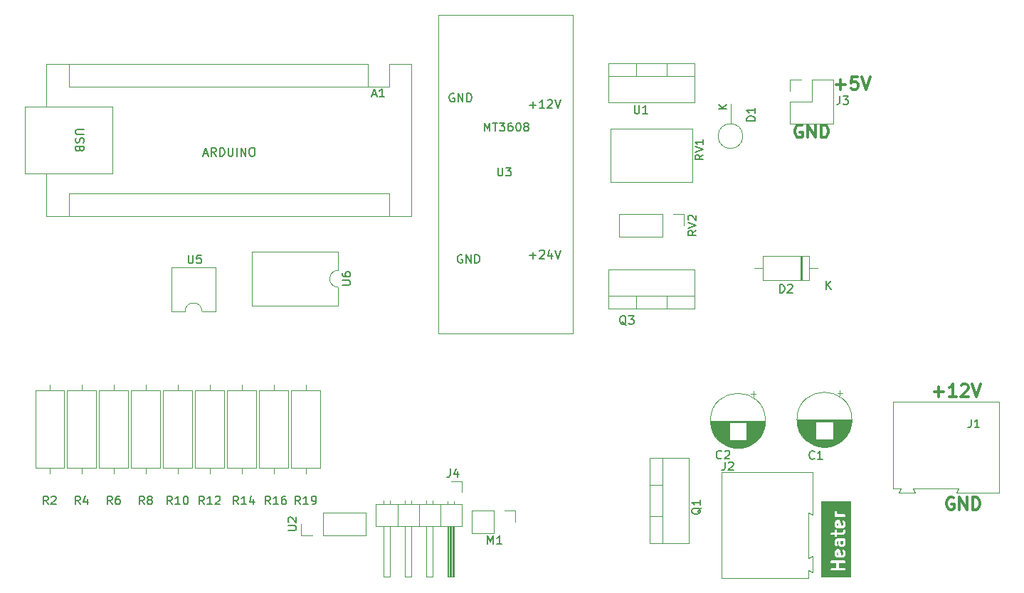
<source format=gbr>
%TF.GenerationSoftware,KiCad,Pcbnew,7.0.2*%
%TF.CreationDate,2023-05-13T16:33:46+02:00*%
%TF.ProjectId,pid_controller,7069645f-636f-46e7-9472-6f6c6c65722e,2.0*%
%TF.SameCoordinates,Original*%
%TF.FileFunction,Legend,Top*%
%TF.FilePolarity,Positive*%
%FSLAX46Y46*%
G04 Gerber Fmt 4.6, Leading zero omitted, Abs format (unit mm)*
G04 Created by KiCad (PCBNEW 7.0.2) date 2023-05-13 16:33:46*
%MOMM*%
%LPD*%
G01*
G04 APERTURE LIST*
%ADD10C,0.150000*%
%ADD11C,0.300000*%
%ADD12C,0.120000*%
G04 APERTURE END LIST*
D10*
X103441476Y-87983904D02*
X103917666Y-87983904D01*
X103346238Y-88269619D02*
X103679571Y-87269619D01*
X103679571Y-87269619D02*
X104012904Y-88269619D01*
X104917666Y-88269619D02*
X104584333Y-87793428D01*
X104346238Y-88269619D02*
X104346238Y-87269619D01*
X104346238Y-87269619D02*
X104727190Y-87269619D01*
X104727190Y-87269619D02*
X104822428Y-87317238D01*
X104822428Y-87317238D02*
X104870047Y-87364857D01*
X104870047Y-87364857D02*
X104917666Y-87460095D01*
X104917666Y-87460095D02*
X104917666Y-87602952D01*
X104917666Y-87602952D02*
X104870047Y-87698190D01*
X104870047Y-87698190D02*
X104822428Y-87745809D01*
X104822428Y-87745809D02*
X104727190Y-87793428D01*
X104727190Y-87793428D02*
X104346238Y-87793428D01*
X105346238Y-88269619D02*
X105346238Y-87269619D01*
X105346238Y-87269619D02*
X105584333Y-87269619D01*
X105584333Y-87269619D02*
X105727190Y-87317238D01*
X105727190Y-87317238D02*
X105822428Y-87412476D01*
X105822428Y-87412476D02*
X105870047Y-87507714D01*
X105870047Y-87507714D02*
X105917666Y-87698190D01*
X105917666Y-87698190D02*
X105917666Y-87841047D01*
X105917666Y-87841047D02*
X105870047Y-88031523D01*
X105870047Y-88031523D02*
X105822428Y-88126761D01*
X105822428Y-88126761D02*
X105727190Y-88222000D01*
X105727190Y-88222000D02*
X105584333Y-88269619D01*
X105584333Y-88269619D02*
X105346238Y-88269619D01*
X106346238Y-87269619D02*
X106346238Y-88079142D01*
X106346238Y-88079142D02*
X106393857Y-88174380D01*
X106393857Y-88174380D02*
X106441476Y-88222000D01*
X106441476Y-88222000D02*
X106536714Y-88269619D01*
X106536714Y-88269619D02*
X106727190Y-88269619D01*
X106727190Y-88269619D02*
X106822428Y-88222000D01*
X106822428Y-88222000D02*
X106870047Y-88174380D01*
X106870047Y-88174380D02*
X106917666Y-88079142D01*
X106917666Y-88079142D02*
X106917666Y-87269619D01*
X107393857Y-88269619D02*
X107393857Y-87269619D01*
X107870047Y-88269619D02*
X107870047Y-87269619D01*
X107870047Y-87269619D02*
X108441475Y-88269619D01*
X108441475Y-88269619D02*
X108441475Y-87269619D01*
X109108142Y-87269619D02*
X109298618Y-87269619D01*
X109298618Y-87269619D02*
X109393856Y-87317238D01*
X109393856Y-87317238D02*
X109489094Y-87412476D01*
X109489094Y-87412476D02*
X109536713Y-87602952D01*
X109536713Y-87602952D02*
X109536713Y-87936285D01*
X109536713Y-87936285D02*
X109489094Y-88126761D01*
X109489094Y-88126761D02*
X109393856Y-88222000D01*
X109393856Y-88222000D02*
X109298618Y-88269619D01*
X109298618Y-88269619D02*
X109108142Y-88269619D01*
X109108142Y-88269619D02*
X109012904Y-88222000D01*
X109012904Y-88222000D02*
X108917666Y-88126761D01*
X108917666Y-88126761D02*
X108870047Y-87936285D01*
X108870047Y-87936285D02*
X108870047Y-87602952D01*
X108870047Y-87602952D02*
X108917666Y-87412476D01*
X108917666Y-87412476D02*
X109012904Y-87317238D01*
X109012904Y-87317238D02*
X109108142Y-87269619D01*
X134191192Y-100045673D02*
X134095954Y-99998054D01*
X134095954Y-99998054D02*
X133953097Y-99998054D01*
X133953097Y-99998054D02*
X133810240Y-100045673D01*
X133810240Y-100045673D02*
X133715002Y-100140911D01*
X133715002Y-100140911D02*
X133667383Y-100236149D01*
X133667383Y-100236149D02*
X133619764Y-100426625D01*
X133619764Y-100426625D02*
X133619764Y-100569482D01*
X133619764Y-100569482D02*
X133667383Y-100759958D01*
X133667383Y-100759958D02*
X133715002Y-100855196D01*
X133715002Y-100855196D02*
X133810240Y-100950435D01*
X133810240Y-100950435D02*
X133953097Y-100998054D01*
X133953097Y-100998054D02*
X134048335Y-100998054D01*
X134048335Y-100998054D02*
X134191192Y-100950435D01*
X134191192Y-100950435D02*
X134238811Y-100902815D01*
X134238811Y-100902815D02*
X134238811Y-100569482D01*
X134238811Y-100569482D02*
X134048335Y-100569482D01*
X134667383Y-100998054D02*
X134667383Y-99998054D01*
X134667383Y-99998054D02*
X135238811Y-100998054D01*
X135238811Y-100998054D02*
X135238811Y-99998054D01*
X135715002Y-100998054D02*
X135715002Y-99998054D01*
X135715002Y-99998054D02*
X135953097Y-99998054D01*
X135953097Y-99998054D02*
X136095954Y-100045673D01*
X136095954Y-100045673D02*
X136191192Y-100140911D01*
X136191192Y-100140911D02*
X136238811Y-100236149D01*
X136238811Y-100236149D02*
X136286430Y-100426625D01*
X136286430Y-100426625D02*
X136286430Y-100569482D01*
X136286430Y-100569482D02*
X136238811Y-100759958D01*
X136238811Y-100759958D02*
X136191192Y-100855196D01*
X136191192Y-100855196D02*
X136095954Y-100950435D01*
X136095954Y-100950435D02*
X135953097Y-100998054D01*
X135953097Y-100998054D02*
X135715002Y-100998054D01*
X142224095Y-100080666D02*
X142986000Y-100080666D01*
X142605047Y-100461619D02*
X142605047Y-99699714D01*
X143414571Y-99556857D02*
X143462190Y-99509238D01*
X143462190Y-99509238D02*
X143557428Y-99461619D01*
X143557428Y-99461619D02*
X143795523Y-99461619D01*
X143795523Y-99461619D02*
X143890761Y-99509238D01*
X143890761Y-99509238D02*
X143938380Y-99556857D01*
X143938380Y-99556857D02*
X143985999Y-99652095D01*
X143985999Y-99652095D02*
X143985999Y-99747333D01*
X143985999Y-99747333D02*
X143938380Y-99890190D01*
X143938380Y-99890190D02*
X143366952Y-100461619D01*
X143366952Y-100461619D02*
X143985999Y-100461619D01*
X144843142Y-99794952D02*
X144843142Y-100461619D01*
X144605047Y-99414000D02*
X144366952Y-100128285D01*
X144366952Y-100128285D02*
X144985999Y-100128285D01*
X145224095Y-99461619D02*
X145557428Y-100461619D01*
X145557428Y-100461619D02*
X145890761Y-99461619D01*
X142224095Y-82173666D02*
X142986000Y-82173666D01*
X142605047Y-82554619D02*
X142605047Y-81792714D01*
X143985999Y-82554619D02*
X143414571Y-82554619D01*
X143700285Y-82554619D02*
X143700285Y-81554619D01*
X143700285Y-81554619D02*
X143605047Y-81697476D01*
X143605047Y-81697476D02*
X143509809Y-81792714D01*
X143509809Y-81792714D02*
X143414571Y-81840333D01*
X144366952Y-81649857D02*
X144414571Y-81602238D01*
X144414571Y-81602238D02*
X144509809Y-81554619D01*
X144509809Y-81554619D02*
X144747904Y-81554619D01*
X144747904Y-81554619D02*
X144843142Y-81602238D01*
X144843142Y-81602238D02*
X144890761Y-81649857D01*
X144890761Y-81649857D02*
X144938380Y-81745095D01*
X144938380Y-81745095D02*
X144938380Y-81840333D01*
X144938380Y-81840333D02*
X144890761Y-81983190D01*
X144890761Y-81983190D02*
X144319333Y-82554619D01*
X144319333Y-82554619D02*
X144938380Y-82554619D01*
X145224095Y-81554619D02*
X145557428Y-82554619D01*
X145557428Y-82554619D02*
X145890761Y-81554619D01*
X133222904Y-80840238D02*
X133127666Y-80792619D01*
X133127666Y-80792619D02*
X132984809Y-80792619D01*
X132984809Y-80792619D02*
X132841952Y-80840238D01*
X132841952Y-80840238D02*
X132746714Y-80935476D01*
X132746714Y-80935476D02*
X132699095Y-81030714D01*
X132699095Y-81030714D02*
X132651476Y-81221190D01*
X132651476Y-81221190D02*
X132651476Y-81364047D01*
X132651476Y-81364047D02*
X132699095Y-81554523D01*
X132699095Y-81554523D02*
X132746714Y-81649761D01*
X132746714Y-81649761D02*
X132841952Y-81745000D01*
X132841952Y-81745000D02*
X132984809Y-81792619D01*
X132984809Y-81792619D02*
X133080047Y-81792619D01*
X133080047Y-81792619D02*
X133222904Y-81745000D01*
X133222904Y-81745000D02*
X133270523Y-81697380D01*
X133270523Y-81697380D02*
X133270523Y-81364047D01*
X133270523Y-81364047D02*
X133080047Y-81364047D01*
X133699095Y-81792619D02*
X133699095Y-80792619D01*
X133699095Y-80792619D02*
X134270523Y-81792619D01*
X134270523Y-81792619D02*
X134270523Y-80792619D01*
X134746714Y-81792619D02*
X134746714Y-80792619D01*
X134746714Y-80792619D02*
X134984809Y-80792619D01*
X134984809Y-80792619D02*
X135127666Y-80840238D01*
X135127666Y-80840238D02*
X135222904Y-80935476D01*
X135222904Y-80935476D02*
X135270523Y-81030714D01*
X135270523Y-81030714D02*
X135318142Y-81221190D01*
X135318142Y-81221190D02*
X135318142Y-81364047D01*
X135318142Y-81364047D02*
X135270523Y-81554523D01*
X135270523Y-81554523D02*
X135222904Y-81649761D01*
X135222904Y-81649761D02*
X135127666Y-81745000D01*
X135127666Y-81745000D02*
X134984809Y-81792619D01*
X134984809Y-81792619D02*
X134746714Y-81792619D01*
D11*
G36*
X178965457Y-135787856D02*
G01*
X178898124Y-135787856D01*
X178831659Y-135754623D01*
X178798428Y-135688161D01*
X178798428Y-135473267D01*
X178831660Y-135406802D01*
X178884011Y-135380627D01*
X178965457Y-135787856D01*
G37*
G36*
X179498428Y-134116124D02*
G01*
X179498428Y-134402447D01*
X179465196Y-134468910D01*
X179398733Y-134502142D01*
X179326695Y-134502142D01*
X179260231Y-134468910D01*
X179227000Y-134402446D01*
X179227000Y-134088788D01*
X179227101Y-134087857D01*
X179484295Y-134087857D01*
X179498428Y-134116124D01*
G37*
G36*
X178965457Y-132287856D02*
G01*
X178898124Y-132287856D01*
X178831659Y-132254623D01*
X178798428Y-132188161D01*
X178798428Y-131973267D01*
X178831660Y-131906802D01*
X178884011Y-131880627D01*
X178965457Y-132287856D01*
G37*
G36*
X180496286Y-138459286D02*
G01*
X176917714Y-138459286D01*
X176917714Y-137460106D01*
X177993686Y-137460106D01*
X178030279Y-137540233D01*
X178104384Y-137587857D01*
X178851983Y-137587857D01*
X178884963Y-137592599D01*
X178895346Y-137587857D01*
X179669996Y-137587857D01*
X179732948Y-137569373D01*
X179790633Y-137502800D01*
X179803170Y-137415608D01*
X179766577Y-137335481D01*
X179692472Y-137287857D01*
X179012714Y-137287857D01*
X179012714Y-136730714D01*
X179669996Y-136730714D01*
X179732948Y-136712230D01*
X179790633Y-136645657D01*
X179803170Y-136558465D01*
X179766577Y-136478338D01*
X179692472Y-136430714D01*
X178873445Y-136430714D01*
X178840465Y-136425972D01*
X178830082Y-136430714D01*
X178126860Y-136430714D01*
X178063908Y-136449198D01*
X178006223Y-136515771D01*
X177993686Y-136602963D01*
X178030279Y-136683090D01*
X178104384Y-136730714D01*
X178712714Y-136730714D01*
X178712714Y-137287857D01*
X178126860Y-137287857D01*
X178063908Y-137306341D01*
X178006223Y-137372914D01*
X177993686Y-137460106D01*
X176917714Y-137460106D01*
X176917714Y-135454637D01*
X178492998Y-135454637D01*
X178498428Y-135467729D01*
X178498427Y-135715495D01*
X178494567Y-135751259D01*
X178508274Y-135778673D01*
X178516912Y-135808091D01*
X178527624Y-135817373D01*
X178568602Y-135899328D01*
X178568397Y-135905158D01*
X178588124Y-135938371D01*
X178595339Y-135952801D01*
X178599089Y-135956832D01*
X178613381Y-135980895D01*
X178628504Y-135988456D01*
X178640024Y-136000841D01*
X178667140Y-136007774D01*
X178788408Y-136068408D01*
X178818670Y-136087856D01*
X178849322Y-136087856D01*
X178879496Y-136093286D01*
X178892588Y-136087856D01*
X179108797Y-136087856D01*
X179112635Y-136090036D01*
X179152532Y-136087856D01*
X179426069Y-136087856D01*
X179461829Y-136091717D01*
X179489244Y-136078009D01*
X179518662Y-136069372D01*
X179527943Y-136058660D01*
X179609900Y-136017682D01*
X179615730Y-136017888D01*
X179648935Y-135998165D01*
X179663373Y-135990947D01*
X179667407Y-135987193D01*
X179691467Y-135972904D01*
X179699027Y-135957782D01*
X179711413Y-135946262D01*
X179718347Y-135919142D01*
X179778980Y-135797876D01*
X179798428Y-135767615D01*
X179798428Y-135736963D01*
X179803858Y-135706789D01*
X179798428Y-135693696D01*
X179798428Y-135445932D01*
X179802289Y-135410169D01*
X179788581Y-135382754D01*
X179779944Y-135353336D01*
X179769232Y-135344054D01*
X179701519Y-135208626D01*
X179656833Y-135160586D01*
X179571491Y-135138764D01*
X179487898Y-135166543D01*
X179432594Y-135235107D01*
X179423139Y-135322686D01*
X179498428Y-135473266D01*
X179498428Y-135688161D01*
X179465196Y-135754624D01*
X179398733Y-135787856D01*
X179271399Y-135787856D01*
X179157710Y-135219418D01*
X179160313Y-135201322D01*
X179149244Y-135177084D01*
X179148428Y-135173004D01*
X179140318Y-135157539D01*
X179123720Y-135121195D01*
X179120006Y-135118808D01*
X179117957Y-135114900D01*
X179083220Y-135095167D01*
X179049615Y-135073571D01*
X179045202Y-135073571D01*
X179041364Y-135071391D01*
X179001467Y-135073571D01*
X178870790Y-135073571D01*
X178835027Y-135069710D01*
X178807612Y-135083417D01*
X178778194Y-135092055D01*
X178768912Y-135102766D01*
X178686955Y-135143744D01*
X178681127Y-135143539D01*
X178647922Y-135163261D01*
X178633484Y-135170480D01*
X178629449Y-135174232D01*
X178605390Y-135188523D01*
X178597828Y-135203646D01*
X178585444Y-135215166D01*
X178578510Y-135242282D01*
X178517878Y-135363546D01*
X178498428Y-135393812D01*
X178498428Y-135424465D01*
X178492998Y-135454637D01*
X176917714Y-135454637D01*
X176917714Y-134168923D01*
X178492998Y-134168923D01*
X178498428Y-134182015D01*
X178498427Y-134429781D01*
X178494567Y-134465545D01*
X178508274Y-134492959D01*
X178516912Y-134522377D01*
X178527624Y-134531659D01*
X178595339Y-134667087D01*
X178640024Y-134715127D01*
X178725367Y-134736949D01*
X178808960Y-134709169D01*
X178864263Y-134640605D01*
X178873718Y-134553025D01*
X178798428Y-134402447D01*
X178798428Y-134187552D01*
X178831660Y-134121088D01*
X178898124Y-134087857D01*
X178912867Y-134087857D01*
X178927000Y-134116123D01*
X178927000Y-134429780D01*
X178923139Y-134465544D01*
X178936846Y-134492958D01*
X178945484Y-134522377D01*
X178956195Y-134531658D01*
X178997173Y-134613615D01*
X178996968Y-134619444D01*
X179016690Y-134652648D01*
X179023909Y-134667087D01*
X179027661Y-134671121D01*
X179041952Y-134695181D01*
X179057075Y-134702742D01*
X179068595Y-134715127D01*
X179095713Y-134722061D01*
X179216979Y-134782694D01*
X179247241Y-134802142D01*
X179277893Y-134802142D01*
X179308067Y-134807572D01*
X179321159Y-134802142D01*
X179426069Y-134802142D01*
X179461829Y-134806003D01*
X179489244Y-134792295D01*
X179518662Y-134783658D01*
X179527943Y-134772946D01*
X179609900Y-134731968D01*
X179615730Y-134732174D01*
X179648935Y-134712451D01*
X179663373Y-134705233D01*
X179667407Y-134701479D01*
X179691467Y-134687190D01*
X179699027Y-134672068D01*
X179711413Y-134660548D01*
X179718347Y-134633428D01*
X179778980Y-134512162D01*
X179798428Y-134481901D01*
X179798428Y-134451249D01*
X179803858Y-134421075D01*
X179798428Y-134407982D01*
X179798428Y-134088790D01*
X179802289Y-134053027D01*
X179788581Y-134025612D01*
X179784098Y-134010341D01*
X179790633Y-134002800D01*
X179803170Y-133915608D01*
X179766577Y-133835481D01*
X179692472Y-133787857D01*
X179595875Y-133787857D01*
X179571491Y-133781622D01*
X179552729Y-133787857D01*
X179024445Y-133787857D01*
X179000061Y-133781622D01*
X178981299Y-133787857D01*
X178870790Y-133787857D01*
X178835027Y-133783996D01*
X178807612Y-133797703D01*
X178778194Y-133806341D01*
X178768912Y-133817052D01*
X178686955Y-133858030D01*
X178681127Y-133857825D01*
X178647922Y-133877547D01*
X178633484Y-133884766D01*
X178629449Y-133888518D01*
X178605390Y-133902809D01*
X178597828Y-133917932D01*
X178585444Y-133929452D01*
X178578510Y-133956568D01*
X178517878Y-134077832D01*
X178498428Y-134108098D01*
X178498428Y-134138751D01*
X178492998Y-134168923D01*
X176917714Y-134168923D01*
X176917714Y-133245820D01*
X177993686Y-133245820D01*
X178030279Y-133325947D01*
X178104384Y-133373571D01*
X178498428Y-133373571D01*
X178498428Y-133459424D01*
X178516912Y-133522376D01*
X178583485Y-133580061D01*
X178670677Y-133592598D01*
X178750804Y-133556005D01*
X178798428Y-133481900D01*
X178798428Y-133373571D01*
X179426066Y-133373571D01*
X179461830Y-133377432D01*
X179489245Y-133363724D01*
X179518662Y-133355087D01*
X179527943Y-133344375D01*
X179609901Y-133303396D01*
X179615730Y-133303602D01*
X179648934Y-133283880D01*
X179663373Y-133276661D01*
X179667407Y-133272908D01*
X179691467Y-133258618D01*
X179699028Y-133243494D01*
X179711413Y-133231975D01*
X179718346Y-133204858D01*
X179778980Y-133083590D01*
X179798428Y-133053329D01*
X179798428Y-133022677D01*
X179803858Y-132992503D01*
X179798428Y-132979410D01*
X179798428Y-132844860D01*
X179779944Y-132781908D01*
X179713371Y-132724223D01*
X179626179Y-132711686D01*
X179546052Y-132748279D01*
X179498428Y-132822384D01*
X179498428Y-132973874D01*
X179465196Y-133040338D01*
X179398731Y-133073571D01*
X178798428Y-133073571D01*
X178798428Y-132844860D01*
X178779944Y-132781908D01*
X178713371Y-132724223D01*
X178626179Y-132711686D01*
X178546052Y-132748279D01*
X178498428Y-132822384D01*
X178498428Y-133073571D01*
X178126860Y-133073571D01*
X178063908Y-133092055D01*
X178006223Y-133158628D01*
X177993686Y-133245820D01*
X176917714Y-133245820D01*
X176917714Y-131954637D01*
X178492998Y-131954637D01*
X178498428Y-131967729D01*
X178498427Y-132215495D01*
X178494567Y-132251259D01*
X178508274Y-132278673D01*
X178516912Y-132308091D01*
X178527624Y-132317373D01*
X178568602Y-132399328D01*
X178568397Y-132405158D01*
X178588124Y-132438371D01*
X178595339Y-132452801D01*
X178599089Y-132456832D01*
X178613381Y-132480895D01*
X178628504Y-132488456D01*
X178640024Y-132500841D01*
X178667140Y-132507774D01*
X178788408Y-132568408D01*
X178818670Y-132587856D01*
X178849322Y-132587856D01*
X178879496Y-132593286D01*
X178892588Y-132587856D01*
X179108797Y-132587856D01*
X179112635Y-132590036D01*
X179152532Y-132587856D01*
X179426069Y-132587856D01*
X179461829Y-132591717D01*
X179489244Y-132578009D01*
X179518662Y-132569372D01*
X179527943Y-132558660D01*
X179609900Y-132517682D01*
X179615730Y-132517888D01*
X179648935Y-132498165D01*
X179663373Y-132490947D01*
X179667407Y-132487193D01*
X179691467Y-132472904D01*
X179699027Y-132457782D01*
X179711413Y-132446262D01*
X179718347Y-132419142D01*
X179778980Y-132297876D01*
X179798428Y-132267615D01*
X179798428Y-132236963D01*
X179803858Y-132206789D01*
X179798428Y-132193696D01*
X179798428Y-131945932D01*
X179802289Y-131910169D01*
X179788581Y-131882754D01*
X179779944Y-131853336D01*
X179769232Y-131844054D01*
X179701519Y-131708626D01*
X179656833Y-131660586D01*
X179571491Y-131638764D01*
X179487898Y-131666543D01*
X179432594Y-131735107D01*
X179423139Y-131822686D01*
X179498428Y-131973266D01*
X179498428Y-132188161D01*
X179465196Y-132254624D01*
X179398733Y-132287856D01*
X179271399Y-132287856D01*
X179157710Y-131719418D01*
X179160313Y-131701322D01*
X179149244Y-131677084D01*
X179148428Y-131673004D01*
X179140318Y-131657539D01*
X179123720Y-131621195D01*
X179120006Y-131618808D01*
X179117957Y-131614900D01*
X179083220Y-131595167D01*
X179049615Y-131573571D01*
X179045202Y-131573571D01*
X179041364Y-131571391D01*
X179001467Y-131573571D01*
X178870790Y-131573571D01*
X178835027Y-131569710D01*
X178807612Y-131583417D01*
X178778194Y-131592055D01*
X178768912Y-131602766D01*
X178686955Y-131643744D01*
X178681127Y-131643539D01*
X178647922Y-131663261D01*
X178633484Y-131670480D01*
X178629449Y-131674232D01*
X178605390Y-131688523D01*
X178597828Y-131703646D01*
X178585444Y-131715166D01*
X178578510Y-131742282D01*
X178517878Y-131863546D01*
X178498428Y-131893812D01*
X178498428Y-131924465D01*
X178492998Y-131954637D01*
X176917714Y-131954637D01*
X176917714Y-131102963D01*
X178493686Y-131102963D01*
X178530279Y-131183090D01*
X178604384Y-131230714D01*
X178920751Y-131230714D01*
X178950923Y-131236144D01*
X178964015Y-131230714D01*
X179669996Y-131230714D01*
X179732948Y-131212230D01*
X179790633Y-131145657D01*
X179803170Y-131058465D01*
X179766577Y-130978338D01*
X179692472Y-130930714D01*
X178969552Y-130930714D01*
X178880141Y-130886008D01*
X178843135Y-130849002D01*
X178798428Y-130759588D01*
X178798428Y-130630574D01*
X178779944Y-130567622D01*
X178713371Y-130509937D01*
X178626179Y-130497400D01*
X178546052Y-130533993D01*
X178498428Y-130608098D01*
X178498428Y-130786923D01*
X178494567Y-130822687D01*
X178508274Y-130850102D01*
X178516912Y-130879519D01*
X178527623Y-130888800D01*
X178560048Y-130953651D01*
X178506223Y-131015771D01*
X178493686Y-131102963D01*
X176917714Y-131102963D01*
X176917714Y-129395000D01*
X180496286Y-129395000D01*
X180496286Y-138459286D01*
G37*
X192658857Y-128943857D02*
X192516000Y-128872428D01*
X192516000Y-128872428D02*
X192301714Y-128872428D01*
X192301714Y-128872428D02*
X192087428Y-128943857D01*
X192087428Y-128943857D02*
X191944571Y-129086714D01*
X191944571Y-129086714D02*
X191873142Y-129229571D01*
X191873142Y-129229571D02*
X191801714Y-129515285D01*
X191801714Y-129515285D02*
X191801714Y-129729571D01*
X191801714Y-129729571D02*
X191873142Y-130015285D01*
X191873142Y-130015285D02*
X191944571Y-130158142D01*
X191944571Y-130158142D02*
X192087428Y-130301000D01*
X192087428Y-130301000D02*
X192301714Y-130372428D01*
X192301714Y-130372428D02*
X192444571Y-130372428D01*
X192444571Y-130372428D02*
X192658857Y-130301000D01*
X192658857Y-130301000D02*
X192730285Y-130229571D01*
X192730285Y-130229571D02*
X192730285Y-129729571D01*
X192730285Y-129729571D02*
X192444571Y-129729571D01*
X193373142Y-130372428D02*
X193373142Y-128872428D01*
X193373142Y-128872428D02*
X194230285Y-130372428D01*
X194230285Y-130372428D02*
X194230285Y-128872428D01*
X194944571Y-130372428D02*
X194944571Y-128872428D01*
X194944571Y-128872428D02*
X195301714Y-128872428D01*
X195301714Y-128872428D02*
X195516000Y-128943857D01*
X195516000Y-128943857D02*
X195658857Y-129086714D01*
X195658857Y-129086714D02*
X195730286Y-129229571D01*
X195730286Y-129229571D02*
X195801714Y-129515285D01*
X195801714Y-129515285D02*
X195801714Y-129729571D01*
X195801714Y-129729571D02*
X195730286Y-130015285D01*
X195730286Y-130015285D02*
X195658857Y-130158142D01*
X195658857Y-130158142D02*
X195516000Y-130301000D01*
X195516000Y-130301000D02*
X195301714Y-130372428D01*
X195301714Y-130372428D02*
X194944571Y-130372428D01*
X178665142Y-79763000D02*
X179808000Y-79763000D01*
X179236571Y-80334428D02*
X179236571Y-79191571D01*
X181236571Y-78834428D02*
X180522285Y-78834428D01*
X180522285Y-78834428D02*
X180450857Y-79548714D01*
X180450857Y-79548714D02*
X180522285Y-79477285D01*
X180522285Y-79477285D02*
X180665143Y-79405857D01*
X180665143Y-79405857D02*
X181022285Y-79405857D01*
X181022285Y-79405857D02*
X181165143Y-79477285D01*
X181165143Y-79477285D02*
X181236571Y-79548714D01*
X181236571Y-79548714D02*
X181308000Y-79691571D01*
X181308000Y-79691571D02*
X181308000Y-80048714D01*
X181308000Y-80048714D02*
X181236571Y-80191571D01*
X181236571Y-80191571D02*
X181165143Y-80263000D01*
X181165143Y-80263000D02*
X181022285Y-80334428D01*
X181022285Y-80334428D02*
X180665143Y-80334428D01*
X180665143Y-80334428D02*
X180522285Y-80263000D01*
X180522285Y-80263000D02*
X180450857Y-80191571D01*
X181736571Y-78834428D02*
X182236571Y-80334428D01*
X182236571Y-80334428D02*
X182736571Y-78834428D01*
X190349142Y-116339000D02*
X191492000Y-116339000D01*
X190920571Y-116910428D02*
X190920571Y-115767571D01*
X192992000Y-116910428D02*
X192134857Y-116910428D01*
X192563428Y-116910428D02*
X192563428Y-115410428D01*
X192563428Y-115410428D02*
X192420571Y-115624714D01*
X192420571Y-115624714D02*
X192277714Y-115767571D01*
X192277714Y-115767571D02*
X192134857Y-115839000D01*
X193563428Y-115553285D02*
X193634856Y-115481857D01*
X193634856Y-115481857D02*
X193777714Y-115410428D01*
X193777714Y-115410428D02*
X194134856Y-115410428D01*
X194134856Y-115410428D02*
X194277714Y-115481857D01*
X194277714Y-115481857D02*
X194349142Y-115553285D01*
X194349142Y-115553285D02*
X194420571Y-115696142D01*
X194420571Y-115696142D02*
X194420571Y-115839000D01*
X194420571Y-115839000D02*
X194349142Y-116053285D01*
X194349142Y-116053285D02*
X193491999Y-116910428D01*
X193491999Y-116910428D02*
X194420571Y-116910428D01*
X194849142Y-115410428D02*
X195349142Y-116910428D01*
X195349142Y-116910428D02*
X195849142Y-115410428D01*
X174624857Y-84620857D02*
X174482000Y-84549428D01*
X174482000Y-84549428D02*
X174267714Y-84549428D01*
X174267714Y-84549428D02*
X174053428Y-84620857D01*
X174053428Y-84620857D02*
X173910571Y-84763714D01*
X173910571Y-84763714D02*
X173839142Y-84906571D01*
X173839142Y-84906571D02*
X173767714Y-85192285D01*
X173767714Y-85192285D02*
X173767714Y-85406571D01*
X173767714Y-85406571D02*
X173839142Y-85692285D01*
X173839142Y-85692285D02*
X173910571Y-85835142D01*
X173910571Y-85835142D02*
X174053428Y-85978000D01*
X174053428Y-85978000D02*
X174267714Y-86049428D01*
X174267714Y-86049428D02*
X174410571Y-86049428D01*
X174410571Y-86049428D02*
X174624857Y-85978000D01*
X174624857Y-85978000D02*
X174696285Y-85906571D01*
X174696285Y-85906571D02*
X174696285Y-85406571D01*
X174696285Y-85406571D02*
X174410571Y-85406571D01*
X175339142Y-86049428D02*
X175339142Y-84549428D01*
X175339142Y-84549428D02*
X176196285Y-86049428D01*
X176196285Y-86049428D02*
X176196285Y-84549428D01*
X176910571Y-86049428D02*
X176910571Y-84549428D01*
X176910571Y-84549428D02*
X177267714Y-84549428D01*
X177267714Y-84549428D02*
X177482000Y-84620857D01*
X177482000Y-84620857D02*
X177624857Y-84763714D01*
X177624857Y-84763714D02*
X177696286Y-84906571D01*
X177696286Y-84906571D02*
X177767714Y-85192285D01*
X177767714Y-85192285D02*
X177767714Y-85406571D01*
X177767714Y-85406571D02*
X177696286Y-85692285D01*
X177696286Y-85692285D02*
X177624857Y-85835142D01*
X177624857Y-85835142D02*
X177482000Y-85978000D01*
X177482000Y-85978000D02*
X177267714Y-86049428D01*
X177267714Y-86049428D02*
X176910571Y-86049428D01*
D10*
%TO.C,Q3*%
X153701761Y-108380857D02*
X153606523Y-108333238D01*
X153606523Y-108333238D02*
X153511285Y-108238000D01*
X153511285Y-108238000D02*
X153368428Y-108095142D01*
X153368428Y-108095142D02*
X153273190Y-108047523D01*
X153273190Y-108047523D02*
X153177952Y-108047523D01*
X153225571Y-108285619D02*
X153130333Y-108238000D01*
X153130333Y-108238000D02*
X153035095Y-108142761D01*
X153035095Y-108142761D02*
X152987476Y-107952285D01*
X152987476Y-107952285D02*
X152987476Y-107618952D01*
X152987476Y-107618952D02*
X153035095Y-107428476D01*
X153035095Y-107428476D02*
X153130333Y-107333238D01*
X153130333Y-107333238D02*
X153225571Y-107285619D01*
X153225571Y-107285619D02*
X153416047Y-107285619D01*
X153416047Y-107285619D02*
X153511285Y-107333238D01*
X153511285Y-107333238D02*
X153606523Y-107428476D01*
X153606523Y-107428476D02*
X153654142Y-107618952D01*
X153654142Y-107618952D02*
X153654142Y-107952285D01*
X153654142Y-107952285D02*
X153606523Y-108142761D01*
X153606523Y-108142761D02*
X153511285Y-108238000D01*
X153511285Y-108238000D02*
X153416047Y-108285619D01*
X153416047Y-108285619D02*
X153225571Y-108285619D01*
X153987476Y-107285619D02*
X154606523Y-107285619D01*
X154606523Y-107285619D02*
X154273190Y-107666571D01*
X154273190Y-107666571D02*
X154416047Y-107666571D01*
X154416047Y-107666571D02*
X154511285Y-107714190D01*
X154511285Y-107714190D02*
X154558904Y-107761809D01*
X154558904Y-107761809D02*
X154606523Y-107857047D01*
X154606523Y-107857047D02*
X154606523Y-108095142D01*
X154606523Y-108095142D02*
X154558904Y-108190380D01*
X154558904Y-108190380D02*
X154511285Y-108238000D01*
X154511285Y-108238000D02*
X154416047Y-108285619D01*
X154416047Y-108285619D02*
X154130333Y-108285619D01*
X154130333Y-108285619D02*
X154035095Y-108238000D01*
X154035095Y-108238000D02*
X153987476Y-108190380D01*
%TO.C,R14*%
X107561142Y-129748619D02*
X107227809Y-129272428D01*
X106989714Y-129748619D02*
X106989714Y-128748619D01*
X106989714Y-128748619D02*
X107370666Y-128748619D01*
X107370666Y-128748619D02*
X107465904Y-128796238D01*
X107465904Y-128796238D02*
X107513523Y-128843857D01*
X107513523Y-128843857D02*
X107561142Y-128939095D01*
X107561142Y-128939095D02*
X107561142Y-129081952D01*
X107561142Y-129081952D02*
X107513523Y-129177190D01*
X107513523Y-129177190D02*
X107465904Y-129224809D01*
X107465904Y-129224809D02*
X107370666Y-129272428D01*
X107370666Y-129272428D02*
X106989714Y-129272428D01*
X108513523Y-129748619D02*
X107942095Y-129748619D01*
X108227809Y-129748619D02*
X108227809Y-128748619D01*
X108227809Y-128748619D02*
X108132571Y-128891476D01*
X108132571Y-128891476D02*
X108037333Y-128986714D01*
X108037333Y-128986714D02*
X107942095Y-129034333D01*
X109370666Y-129081952D02*
X109370666Y-129748619D01*
X109132571Y-128701000D02*
X108894476Y-129415285D01*
X108894476Y-129415285D02*
X109513523Y-129415285D01*
%TO.C,R2*%
X84923333Y-129748619D02*
X84590000Y-129272428D01*
X84351905Y-129748619D02*
X84351905Y-128748619D01*
X84351905Y-128748619D02*
X84732857Y-128748619D01*
X84732857Y-128748619D02*
X84828095Y-128796238D01*
X84828095Y-128796238D02*
X84875714Y-128843857D01*
X84875714Y-128843857D02*
X84923333Y-128939095D01*
X84923333Y-128939095D02*
X84923333Y-129081952D01*
X84923333Y-129081952D02*
X84875714Y-129177190D01*
X84875714Y-129177190D02*
X84828095Y-129224809D01*
X84828095Y-129224809D02*
X84732857Y-129272428D01*
X84732857Y-129272428D02*
X84351905Y-129272428D01*
X85304286Y-128843857D02*
X85351905Y-128796238D01*
X85351905Y-128796238D02*
X85447143Y-128748619D01*
X85447143Y-128748619D02*
X85685238Y-128748619D01*
X85685238Y-128748619D02*
X85780476Y-128796238D01*
X85780476Y-128796238D02*
X85828095Y-128843857D01*
X85828095Y-128843857D02*
X85875714Y-128939095D01*
X85875714Y-128939095D02*
X85875714Y-129034333D01*
X85875714Y-129034333D02*
X85828095Y-129177190D01*
X85828095Y-129177190D02*
X85256667Y-129748619D01*
X85256667Y-129748619D02*
X85875714Y-129748619D01*
%TO.C,J2*%
X165466666Y-124679619D02*
X165466666Y-125393904D01*
X165466666Y-125393904D02*
X165419047Y-125536761D01*
X165419047Y-125536761D02*
X165323809Y-125632000D01*
X165323809Y-125632000D02*
X165180952Y-125679619D01*
X165180952Y-125679619D02*
X165085714Y-125679619D01*
X165895238Y-124774857D02*
X165942857Y-124727238D01*
X165942857Y-124727238D02*
X166038095Y-124679619D01*
X166038095Y-124679619D02*
X166276190Y-124679619D01*
X166276190Y-124679619D02*
X166371428Y-124727238D01*
X166371428Y-124727238D02*
X166419047Y-124774857D01*
X166419047Y-124774857D02*
X166466666Y-124870095D01*
X166466666Y-124870095D02*
X166466666Y-124965333D01*
X166466666Y-124965333D02*
X166419047Y-125108190D01*
X166419047Y-125108190D02*
X165847619Y-125679619D01*
X165847619Y-125679619D02*
X166466666Y-125679619D01*
%TO.C,Q1*%
X162609857Y-130143238D02*
X162562238Y-130238476D01*
X162562238Y-130238476D02*
X162467000Y-130333714D01*
X162467000Y-130333714D02*
X162324142Y-130476571D01*
X162324142Y-130476571D02*
X162276523Y-130571809D01*
X162276523Y-130571809D02*
X162276523Y-130667047D01*
X162514619Y-130619428D02*
X162467000Y-130714666D01*
X162467000Y-130714666D02*
X162371761Y-130809904D01*
X162371761Y-130809904D02*
X162181285Y-130857523D01*
X162181285Y-130857523D02*
X161847952Y-130857523D01*
X161847952Y-130857523D02*
X161657476Y-130809904D01*
X161657476Y-130809904D02*
X161562238Y-130714666D01*
X161562238Y-130714666D02*
X161514619Y-130619428D01*
X161514619Y-130619428D02*
X161514619Y-130428952D01*
X161514619Y-130428952D02*
X161562238Y-130333714D01*
X161562238Y-130333714D02*
X161657476Y-130238476D01*
X161657476Y-130238476D02*
X161847952Y-130190857D01*
X161847952Y-130190857D02*
X162181285Y-130190857D01*
X162181285Y-130190857D02*
X162371761Y-130238476D01*
X162371761Y-130238476D02*
X162467000Y-130333714D01*
X162467000Y-130333714D02*
X162514619Y-130428952D01*
X162514619Y-130428952D02*
X162514619Y-130619428D01*
X162514619Y-129238476D02*
X162514619Y-129809904D01*
X162514619Y-129524190D02*
X161514619Y-129524190D01*
X161514619Y-129524190D02*
X161657476Y-129619428D01*
X161657476Y-129619428D02*
X161752714Y-129714666D01*
X161752714Y-129714666D02*
X161800333Y-129809904D01*
%TO.C,M1*%
X137239476Y-134447619D02*
X137239476Y-133447619D01*
X137239476Y-133447619D02*
X137572809Y-134161904D01*
X137572809Y-134161904D02*
X137906142Y-133447619D01*
X137906142Y-133447619D02*
X137906142Y-134447619D01*
X138906142Y-134447619D02*
X138334714Y-134447619D01*
X138620428Y-134447619D02*
X138620428Y-133447619D01*
X138620428Y-133447619D02*
X138525190Y-133590476D01*
X138525190Y-133590476D02*
X138429952Y-133685714D01*
X138429952Y-133685714D02*
X138334714Y-133733333D01*
%TO.C,U1*%
X154686095Y-82210619D02*
X154686095Y-83020142D01*
X154686095Y-83020142D02*
X154733714Y-83115380D01*
X154733714Y-83115380D02*
X154781333Y-83163000D01*
X154781333Y-83163000D02*
X154876571Y-83210619D01*
X154876571Y-83210619D02*
X155067047Y-83210619D01*
X155067047Y-83210619D02*
X155162285Y-83163000D01*
X155162285Y-83163000D02*
X155209904Y-83115380D01*
X155209904Y-83115380D02*
X155257523Y-83020142D01*
X155257523Y-83020142D02*
X155257523Y-82210619D01*
X156257523Y-83210619D02*
X155686095Y-83210619D01*
X155971809Y-83210619D02*
X155971809Y-82210619D01*
X155971809Y-82210619D02*
X155876571Y-82353476D01*
X155876571Y-82353476D02*
X155781333Y-82448714D01*
X155781333Y-82448714D02*
X155686095Y-82496333D01*
%TO.C,RV2*%
X162050619Y-97115238D02*
X161574428Y-97448571D01*
X162050619Y-97686666D02*
X161050619Y-97686666D01*
X161050619Y-97686666D02*
X161050619Y-97305714D01*
X161050619Y-97305714D02*
X161098238Y-97210476D01*
X161098238Y-97210476D02*
X161145857Y-97162857D01*
X161145857Y-97162857D02*
X161241095Y-97115238D01*
X161241095Y-97115238D02*
X161383952Y-97115238D01*
X161383952Y-97115238D02*
X161479190Y-97162857D01*
X161479190Y-97162857D02*
X161526809Y-97210476D01*
X161526809Y-97210476D02*
X161574428Y-97305714D01*
X161574428Y-97305714D02*
X161574428Y-97686666D01*
X161050619Y-96829523D02*
X162050619Y-96496190D01*
X162050619Y-96496190D02*
X161050619Y-96162857D01*
X161145857Y-95877142D02*
X161098238Y-95829523D01*
X161098238Y-95829523D02*
X161050619Y-95734285D01*
X161050619Y-95734285D02*
X161050619Y-95496190D01*
X161050619Y-95496190D02*
X161098238Y-95400952D01*
X161098238Y-95400952D02*
X161145857Y-95353333D01*
X161145857Y-95353333D02*
X161241095Y-95305714D01*
X161241095Y-95305714D02*
X161336333Y-95305714D01*
X161336333Y-95305714D02*
X161479190Y-95353333D01*
X161479190Y-95353333D02*
X162050619Y-95924761D01*
X162050619Y-95924761D02*
X162050619Y-95305714D01*
%TO.C,RV1*%
X162895619Y-88098238D02*
X162419428Y-88431571D01*
X162895619Y-88669666D02*
X161895619Y-88669666D01*
X161895619Y-88669666D02*
X161895619Y-88288714D01*
X161895619Y-88288714D02*
X161943238Y-88193476D01*
X161943238Y-88193476D02*
X161990857Y-88145857D01*
X161990857Y-88145857D02*
X162086095Y-88098238D01*
X162086095Y-88098238D02*
X162228952Y-88098238D01*
X162228952Y-88098238D02*
X162324190Y-88145857D01*
X162324190Y-88145857D02*
X162371809Y-88193476D01*
X162371809Y-88193476D02*
X162419428Y-88288714D01*
X162419428Y-88288714D02*
X162419428Y-88669666D01*
X161895619Y-87812523D02*
X162895619Y-87479190D01*
X162895619Y-87479190D02*
X161895619Y-87145857D01*
X162895619Y-86288714D02*
X162895619Y-86860142D01*
X162895619Y-86574428D02*
X161895619Y-86574428D01*
X161895619Y-86574428D02*
X162038476Y-86669666D01*
X162038476Y-86669666D02*
X162133714Y-86764904D01*
X162133714Y-86764904D02*
X162181333Y-86860142D01*
%TO.C,J1*%
X194738666Y-119604619D02*
X194738666Y-120318904D01*
X194738666Y-120318904D02*
X194691047Y-120461761D01*
X194691047Y-120461761D02*
X194595809Y-120557000D01*
X194595809Y-120557000D02*
X194452952Y-120604619D01*
X194452952Y-120604619D02*
X194357714Y-120604619D01*
X195738666Y-120604619D02*
X195167238Y-120604619D01*
X195452952Y-120604619D02*
X195452952Y-119604619D01*
X195452952Y-119604619D02*
X195357714Y-119747476D01*
X195357714Y-119747476D02*
X195262476Y-119842714D01*
X195262476Y-119842714D02*
X195167238Y-119890333D01*
%TO.C,J4*%
X132772666Y-125503619D02*
X132772666Y-126217904D01*
X132772666Y-126217904D02*
X132725047Y-126360761D01*
X132725047Y-126360761D02*
X132629809Y-126456000D01*
X132629809Y-126456000D02*
X132486952Y-126503619D01*
X132486952Y-126503619D02*
X132391714Y-126503619D01*
X133677428Y-125836952D02*
X133677428Y-126503619D01*
X133439333Y-125456000D02*
X133201238Y-126170285D01*
X133201238Y-126170285D02*
X133820285Y-126170285D01*
%TO.C,R12*%
X103497142Y-129748619D02*
X103163809Y-129272428D01*
X102925714Y-129748619D02*
X102925714Y-128748619D01*
X102925714Y-128748619D02*
X103306666Y-128748619D01*
X103306666Y-128748619D02*
X103401904Y-128796238D01*
X103401904Y-128796238D02*
X103449523Y-128843857D01*
X103449523Y-128843857D02*
X103497142Y-128939095D01*
X103497142Y-128939095D02*
X103497142Y-129081952D01*
X103497142Y-129081952D02*
X103449523Y-129177190D01*
X103449523Y-129177190D02*
X103401904Y-129224809D01*
X103401904Y-129224809D02*
X103306666Y-129272428D01*
X103306666Y-129272428D02*
X102925714Y-129272428D01*
X104449523Y-129748619D02*
X103878095Y-129748619D01*
X104163809Y-129748619D02*
X104163809Y-128748619D01*
X104163809Y-128748619D02*
X104068571Y-128891476D01*
X104068571Y-128891476D02*
X103973333Y-128986714D01*
X103973333Y-128986714D02*
X103878095Y-129034333D01*
X104830476Y-128843857D02*
X104878095Y-128796238D01*
X104878095Y-128796238D02*
X104973333Y-128748619D01*
X104973333Y-128748619D02*
X105211428Y-128748619D01*
X105211428Y-128748619D02*
X105306666Y-128796238D01*
X105306666Y-128796238D02*
X105354285Y-128843857D01*
X105354285Y-128843857D02*
X105401904Y-128939095D01*
X105401904Y-128939095D02*
X105401904Y-129034333D01*
X105401904Y-129034333D02*
X105354285Y-129177190D01*
X105354285Y-129177190D02*
X104782857Y-129748619D01*
X104782857Y-129748619D02*
X105401904Y-129748619D01*
%TO.C,R6*%
X92543333Y-129748619D02*
X92210000Y-129272428D01*
X91971905Y-129748619D02*
X91971905Y-128748619D01*
X91971905Y-128748619D02*
X92352857Y-128748619D01*
X92352857Y-128748619D02*
X92448095Y-128796238D01*
X92448095Y-128796238D02*
X92495714Y-128843857D01*
X92495714Y-128843857D02*
X92543333Y-128939095D01*
X92543333Y-128939095D02*
X92543333Y-129081952D01*
X92543333Y-129081952D02*
X92495714Y-129177190D01*
X92495714Y-129177190D02*
X92448095Y-129224809D01*
X92448095Y-129224809D02*
X92352857Y-129272428D01*
X92352857Y-129272428D02*
X91971905Y-129272428D01*
X93400476Y-128748619D02*
X93210000Y-128748619D01*
X93210000Y-128748619D02*
X93114762Y-128796238D01*
X93114762Y-128796238D02*
X93067143Y-128843857D01*
X93067143Y-128843857D02*
X92971905Y-128986714D01*
X92971905Y-128986714D02*
X92924286Y-129177190D01*
X92924286Y-129177190D02*
X92924286Y-129558142D01*
X92924286Y-129558142D02*
X92971905Y-129653380D01*
X92971905Y-129653380D02*
X93019524Y-129701000D01*
X93019524Y-129701000D02*
X93114762Y-129748619D01*
X93114762Y-129748619D02*
X93305238Y-129748619D01*
X93305238Y-129748619D02*
X93400476Y-129701000D01*
X93400476Y-129701000D02*
X93448095Y-129653380D01*
X93448095Y-129653380D02*
X93495714Y-129558142D01*
X93495714Y-129558142D02*
X93495714Y-129320047D01*
X93495714Y-129320047D02*
X93448095Y-129224809D01*
X93448095Y-129224809D02*
X93400476Y-129177190D01*
X93400476Y-129177190D02*
X93305238Y-129129571D01*
X93305238Y-129129571D02*
X93114762Y-129129571D01*
X93114762Y-129129571D02*
X93019524Y-129177190D01*
X93019524Y-129177190D02*
X92971905Y-129224809D01*
X92971905Y-129224809D02*
X92924286Y-129320047D01*
%TO.C,R19*%
X114927142Y-129748619D02*
X114593809Y-129272428D01*
X114355714Y-129748619D02*
X114355714Y-128748619D01*
X114355714Y-128748619D02*
X114736666Y-128748619D01*
X114736666Y-128748619D02*
X114831904Y-128796238D01*
X114831904Y-128796238D02*
X114879523Y-128843857D01*
X114879523Y-128843857D02*
X114927142Y-128939095D01*
X114927142Y-128939095D02*
X114927142Y-129081952D01*
X114927142Y-129081952D02*
X114879523Y-129177190D01*
X114879523Y-129177190D02*
X114831904Y-129224809D01*
X114831904Y-129224809D02*
X114736666Y-129272428D01*
X114736666Y-129272428D02*
X114355714Y-129272428D01*
X115879523Y-129748619D02*
X115308095Y-129748619D01*
X115593809Y-129748619D02*
X115593809Y-128748619D01*
X115593809Y-128748619D02*
X115498571Y-128891476D01*
X115498571Y-128891476D02*
X115403333Y-128986714D01*
X115403333Y-128986714D02*
X115308095Y-129034333D01*
X116355714Y-129748619D02*
X116546190Y-129748619D01*
X116546190Y-129748619D02*
X116641428Y-129701000D01*
X116641428Y-129701000D02*
X116689047Y-129653380D01*
X116689047Y-129653380D02*
X116784285Y-129510523D01*
X116784285Y-129510523D02*
X116831904Y-129320047D01*
X116831904Y-129320047D02*
X116831904Y-128939095D01*
X116831904Y-128939095D02*
X116784285Y-128843857D01*
X116784285Y-128843857D02*
X116736666Y-128796238D01*
X116736666Y-128796238D02*
X116641428Y-128748619D01*
X116641428Y-128748619D02*
X116450952Y-128748619D01*
X116450952Y-128748619D02*
X116355714Y-128796238D01*
X116355714Y-128796238D02*
X116308095Y-128843857D01*
X116308095Y-128843857D02*
X116260476Y-128939095D01*
X116260476Y-128939095D02*
X116260476Y-129177190D01*
X116260476Y-129177190D02*
X116308095Y-129272428D01*
X116308095Y-129272428D02*
X116355714Y-129320047D01*
X116355714Y-129320047D02*
X116450952Y-129367666D01*
X116450952Y-129367666D02*
X116641428Y-129367666D01*
X116641428Y-129367666D02*
X116736666Y-129320047D01*
X116736666Y-129320047D02*
X116784285Y-129272428D01*
X116784285Y-129272428D02*
X116831904Y-129177190D01*
%TO.C,U5*%
X101600095Y-100046619D02*
X101600095Y-100856142D01*
X101600095Y-100856142D02*
X101647714Y-100951380D01*
X101647714Y-100951380D02*
X101695333Y-100999000D01*
X101695333Y-100999000D02*
X101790571Y-101046619D01*
X101790571Y-101046619D02*
X101981047Y-101046619D01*
X101981047Y-101046619D02*
X102076285Y-100999000D01*
X102076285Y-100999000D02*
X102123904Y-100951380D01*
X102123904Y-100951380D02*
X102171523Y-100856142D01*
X102171523Y-100856142D02*
X102171523Y-100046619D01*
X103123904Y-100046619D02*
X102647714Y-100046619D01*
X102647714Y-100046619D02*
X102600095Y-100522809D01*
X102600095Y-100522809D02*
X102647714Y-100475190D01*
X102647714Y-100475190D02*
X102742952Y-100427571D01*
X102742952Y-100427571D02*
X102981047Y-100427571D01*
X102981047Y-100427571D02*
X103076285Y-100475190D01*
X103076285Y-100475190D02*
X103123904Y-100522809D01*
X103123904Y-100522809D02*
X103171523Y-100618047D01*
X103171523Y-100618047D02*
X103171523Y-100856142D01*
X103171523Y-100856142D02*
X103123904Y-100951380D01*
X103123904Y-100951380D02*
X103076285Y-100999000D01*
X103076285Y-100999000D02*
X102981047Y-101046619D01*
X102981047Y-101046619D02*
X102742952Y-101046619D01*
X102742952Y-101046619D02*
X102647714Y-100999000D01*
X102647714Y-100999000D02*
X102600095Y-100951380D01*
%TO.C,U3*%
X138430095Y-89632619D02*
X138430095Y-90442142D01*
X138430095Y-90442142D02*
X138477714Y-90537380D01*
X138477714Y-90537380D02*
X138525333Y-90585000D01*
X138525333Y-90585000D02*
X138620571Y-90632619D01*
X138620571Y-90632619D02*
X138811047Y-90632619D01*
X138811047Y-90632619D02*
X138906285Y-90585000D01*
X138906285Y-90585000D02*
X138953904Y-90537380D01*
X138953904Y-90537380D02*
X139001523Y-90442142D01*
X139001523Y-90442142D02*
X139001523Y-89632619D01*
X139382476Y-89632619D02*
X140001523Y-89632619D01*
X140001523Y-89632619D02*
X139668190Y-90013571D01*
X139668190Y-90013571D02*
X139811047Y-90013571D01*
X139811047Y-90013571D02*
X139906285Y-90061190D01*
X139906285Y-90061190D02*
X139953904Y-90108809D01*
X139953904Y-90108809D02*
X140001523Y-90204047D01*
X140001523Y-90204047D02*
X140001523Y-90442142D01*
X140001523Y-90442142D02*
X139953904Y-90537380D01*
X139953904Y-90537380D02*
X139906285Y-90585000D01*
X139906285Y-90585000D02*
X139811047Y-90632619D01*
X139811047Y-90632619D02*
X139525333Y-90632619D01*
X139525333Y-90632619D02*
X139430095Y-90585000D01*
X139430095Y-90585000D02*
X139382476Y-90537380D01*
X136826952Y-85298619D02*
X136826952Y-84298619D01*
X136826952Y-84298619D02*
X137160285Y-85012904D01*
X137160285Y-85012904D02*
X137493618Y-84298619D01*
X137493618Y-84298619D02*
X137493618Y-85298619D01*
X137826952Y-84298619D02*
X138398380Y-84298619D01*
X138112666Y-85298619D02*
X138112666Y-84298619D01*
X138636476Y-84298619D02*
X139255523Y-84298619D01*
X139255523Y-84298619D02*
X138922190Y-84679571D01*
X138922190Y-84679571D02*
X139065047Y-84679571D01*
X139065047Y-84679571D02*
X139160285Y-84727190D01*
X139160285Y-84727190D02*
X139207904Y-84774809D01*
X139207904Y-84774809D02*
X139255523Y-84870047D01*
X139255523Y-84870047D02*
X139255523Y-85108142D01*
X139255523Y-85108142D02*
X139207904Y-85203380D01*
X139207904Y-85203380D02*
X139160285Y-85251000D01*
X139160285Y-85251000D02*
X139065047Y-85298619D01*
X139065047Y-85298619D02*
X138779333Y-85298619D01*
X138779333Y-85298619D02*
X138684095Y-85251000D01*
X138684095Y-85251000D02*
X138636476Y-85203380D01*
X140112666Y-84298619D02*
X139922190Y-84298619D01*
X139922190Y-84298619D02*
X139826952Y-84346238D01*
X139826952Y-84346238D02*
X139779333Y-84393857D01*
X139779333Y-84393857D02*
X139684095Y-84536714D01*
X139684095Y-84536714D02*
X139636476Y-84727190D01*
X139636476Y-84727190D02*
X139636476Y-85108142D01*
X139636476Y-85108142D02*
X139684095Y-85203380D01*
X139684095Y-85203380D02*
X139731714Y-85251000D01*
X139731714Y-85251000D02*
X139826952Y-85298619D01*
X139826952Y-85298619D02*
X140017428Y-85298619D01*
X140017428Y-85298619D02*
X140112666Y-85251000D01*
X140112666Y-85251000D02*
X140160285Y-85203380D01*
X140160285Y-85203380D02*
X140207904Y-85108142D01*
X140207904Y-85108142D02*
X140207904Y-84870047D01*
X140207904Y-84870047D02*
X140160285Y-84774809D01*
X140160285Y-84774809D02*
X140112666Y-84727190D01*
X140112666Y-84727190D02*
X140017428Y-84679571D01*
X140017428Y-84679571D02*
X139826952Y-84679571D01*
X139826952Y-84679571D02*
X139731714Y-84727190D01*
X139731714Y-84727190D02*
X139684095Y-84774809D01*
X139684095Y-84774809D02*
X139636476Y-84870047D01*
X140826952Y-84298619D02*
X140922190Y-84298619D01*
X140922190Y-84298619D02*
X141017428Y-84346238D01*
X141017428Y-84346238D02*
X141065047Y-84393857D01*
X141065047Y-84393857D02*
X141112666Y-84489095D01*
X141112666Y-84489095D02*
X141160285Y-84679571D01*
X141160285Y-84679571D02*
X141160285Y-84917666D01*
X141160285Y-84917666D02*
X141112666Y-85108142D01*
X141112666Y-85108142D02*
X141065047Y-85203380D01*
X141065047Y-85203380D02*
X141017428Y-85251000D01*
X141017428Y-85251000D02*
X140922190Y-85298619D01*
X140922190Y-85298619D02*
X140826952Y-85298619D01*
X140826952Y-85298619D02*
X140731714Y-85251000D01*
X140731714Y-85251000D02*
X140684095Y-85203380D01*
X140684095Y-85203380D02*
X140636476Y-85108142D01*
X140636476Y-85108142D02*
X140588857Y-84917666D01*
X140588857Y-84917666D02*
X140588857Y-84679571D01*
X140588857Y-84679571D02*
X140636476Y-84489095D01*
X140636476Y-84489095D02*
X140684095Y-84393857D01*
X140684095Y-84393857D02*
X140731714Y-84346238D01*
X140731714Y-84346238D02*
X140826952Y-84298619D01*
X141731714Y-84727190D02*
X141636476Y-84679571D01*
X141636476Y-84679571D02*
X141588857Y-84631952D01*
X141588857Y-84631952D02*
X141541238Y-84536714D01*
X141541238Y-84536714D02*
X141541238Y-84489095D01*
X141541238Y-84489095D02*
X141588857Y-84393857D01*
X141588857Y-84393857D02*
X141636476Y-84346238D01*
X141636476Y-84346238D02*
X141731714Y-84298619D01*
X141731714Y-84298619D02*
X141922190Y-84298619D01*
X141922190Y-84298619D02*
X142017428Y-84346238D01*
X142017428Y-84346238D02*
X142065047Y-84393857D01*
X142065047Y-84393857D02*
X142112666Y-84489095D01*
X142112666Y-84489095D02*
X142112666Y-84536714D01*
X142112666Y-84536714D02*
X142065047Y-84631952D01*
X142065047Y-84631952D02*
X142017428Y-84679571D01*
X142017428Y-84679571D02*
X141922190Y-84727190D01*
X141922190Y-84727190D02*
X141731714Y-84727190D01*
X141731714Y-84727190D02*
X141636476Y-84774809D01*
X141636476Y-84774809D02*
X141588857Y-84822428D01*
X141588857Y-84822428D02*
X141541238Y-84917666D01*
X141541238Y-84917666D02*
X141541238Y-85108142D01*
X141541238Y-85108142D02*
X141588857Y-85203380D01*
X141588857Y-85203380D02*
X141636476Y-85251000D01*
X141636476Y-85251000D02*
X141731714Y-85298619D01*
X141731714Y-85298619D02*
X141922190Y-85298619D01*
X141922190Y-85298619D02*
X142017428Y-85251000D01*
X142017428Y-85251000D02*
X142065047Y-85203380D01*
X142065047Y-85203380D02*
X142112666Y-85108142D01*
X142112666Y-85108142D02*
X142112666Y-84917666D01*
X142112666Y-84917666D02*
X142065047Y-84822428D01*
X142065047Y-84822428D02*
X142017428Y-84774809D01*
X142017428Y-84774809D02*
X141922190Y-84727190D01*
%TO.C,A1*%
X123491714Y-80948904D02*
X123967904Y-80948904D01*
X123396476Y-81234619D02*
X123729809Y-80234619D01*
X123729809Y-80234619D02*
X124063142Y-81234619D01*
X124920285Y-81234619D02*
X124348857Y-81234619D01*
X124634571Y-81234619D02*
X124634571Y-80234619D01*
X124634571Y-80234619D02*
X124539333Y-80377476D01*
X124539333Y-80377476D02*
X124444095Y-80472714D01*
X124444095Y-80472714D02*
X124348857Y-80520333D01*
X89183380Y-85098095D02*
X88373857Y-85098095D01*
X88373857Y-85098095D02*
X88278619Y-85145714D01*
X88278619Y-85145714D02*
X88231000Y-85193333D01*
X88231000Y-85193333D02*
X88183380Y-85288571D01*
X88183380Y-85288571D02*
X88183380Y-85479047D01*
X88183380Y-85479047D02*
X88231000Y-85574285D01*
X88231000Y-85574285D02*
X88278619Y-85621904D01*
X88278619Y-85621904D02*
X88373857Y-85669523D01*
X88373857Y-85669523D02*
X89183380Y-85669523D01*
X88231000Y-86098095D02*
X88183380Y-86240952D01*
X88183380Y-86240952D02*
X88183380Y-86479047D01*
X88183380Y-86479047D02*
X88231000Y-86574285D01*
X88231000Y-86574285D02*
X88278619Y-86621904D01*
X88278619Y-86621904D02*
X88373857Y-86669523D01*
X88373857Y-86669523D02*
X88469095Y-86669523D01*
X88469095Y-86669523D02*
X88564333Y-86621904D01*
X88564333Y-86621904D02*
X88611952Y-86574285D01*
X88611952Y-86574285D02*
X88659571Y-86479047D01*
X88659571Y-86479047D02*
X88707190Y-86288571D01*
X88707190Y-86288571D02*
X88754809Y-86193333D01*
X88754809Y-86193333D02*
X88802428Y-86145714D01*
X88802428Y-86145714D02*
X88897666Y-86098095D01*
X88897666Y-86098095D02*
X88992904Y-86098095D01*
X88992904Y-86098095D02*
X89088142Y-86145714D01*
X89088142Y-86145714D02*
X89135761Y-86193333D01*
X89135761Y-86193333D02*
X89183380Y-86288571D01*
X89183380Y-86288571D02*
X89183380Y-86526666D01*
X89183380Y-86526666D02*
X89135761Y-86669523D01*
X88707190Y-87431428D02*
X88659571Y-87574285D01*
X88659571Y-87574285D02*
X88611952Y-87621904D01*
X88611952Y-87621904D02*
X88516714Y-87669523D01*
X88516714Y-87669523D02*
X88373857Y-87669523D01*
X88373857Y-87669523D02*
X88278619Y-87621904D01*
X88278619Y-87621904D02*
X88231000Y-87574285D01*
X88231000Y-87574285D02*
X88183380Y-87479047D01*
X88183380Y-87479047D02*
X88183380Y-87098095D01*
X88183380Y-87098095D02*
X89183380Y-87098095D01*
X89183380Y-87098095D02*
X89183380Y-87431428D01*
X89183380Y-87431428D02*
X89135761Y-87526666D01*
X89135761Y-87526666D02*
X89088142Y-87574285D01*
X89088142Y-87574285D02*
X88992904Y-87621904D01*
X88992904Y-87621904D02*
X88897666Y-87621904D01*
X88897666Y-87621904D02*
X88802428Y-87574285D01*
X88802428Y-87574285D02*
X88754809Y-87526666D01*
X88754809Y-87526666D02*
X88707190Y-87431428D01*
X88707190Y-87431428D02*
X88707190Y-87098095D01*
%TO.C,C2*%
X165060333Y-124232380D02*
X165012714Y-124280000D01*
X165012714Y-124280000D02*
X164869857Y-124327619D01*
X164869857Y-124327619D02*
X164774619Y-124327619D01*
X164774619Y-124327619D02*
X164631762Y-124280000D01*
X164631762Y-124280000D02*
X164536524Y-124184761D01*
X164536524Y-124184761D02*
X164488905Y-124089523D01*
X164488905Y-124089523D02*
X164441286Y-123899047D01*
X164441286Y-123899047D02*
X164441286Y-123756190D01*
X164441286Y-123756190D02*
X164488905Y-123565714D01*
X164488905Y-123565714D02*
X164536524Y-123470476D01*
X164536524Y-123470476D02*
X164631762Y-123375238D01*
X164631762Y-123375238D02*
X164774619Y-123327619D01*
X164774619Y-123327619D02*
X164869857Y-123327619D01*
X164869857Y-123327619D02*
X165012714Y-123375238D01*
X165012714Y-123375238D02*
X165060333Y-123422857D01*
X165441286Y-123422857D02*
X165488905Y-123375238D01*
X165488905Y-123375238D02*
X165584143Y-123327619D01*
X165584143Y-123327619D02*
X165822238Y-123327619D01*
X165822238Y-123327619D02*
X165917476Y-123375238D01*
X165917476Y-123375238D02*
X165965095Y-123422857D01*
X165965095Y-123422857D02*
X166012714Y-123518095D01*
X166012714Y-123518095D02*
X166012714Y-123613333D01*
X166012714Y-123613333D02*
X165965095Y-123756190D01*
X165965095Y-123756190D02*
X165393667Y-124327619D01*
X165393667Y-124327619D02*
X166012714Y-124327619D01*
%TO.C,R10*%
X99687142Y-129748619D02*
X99353809Y-129272428D01*
X99115714Y-129748619D02*
X99115714Y-128748619D01*
X99115714Y-128748619D02*
X99496666Y-128748619D01*
X99496666Y-128748619D02*
X99591904Y-128796238D01*
X99591904Y-128796238D02*
X99639523Y-128843857D01*
X99639523Y-128843857D02*
X99687142Y-128939095D01*
X99687142Y-128939095D02*
X99687142Y-129081952D01*
X99687142Y-129081952D02*
X99639523Y-129177190D01*
X99639523Y-129177190D02*
X99591904Y-129224809D01*
X99591904Y-129224809D02*
X99496666Y-129272428D01*
X99496666Y-129272428D02*
X99115714Y-129272428D01*
X100639523Y-129748619D02*
X100068095Y-129748619D01*
X100353809Y-129748619D02*
X100353809Y-128748619D01*
X100353809Y-128748619D02*
X100258571Y-128891476D01*
X100258571Y-128891476D02*
X100163333Y-128986714D01*
X100163333Y-128986714D02*
X100068095Y-129034333D01*
X101258571Y-128748619D02*
X101353809Y-128748619D01*
X101353809Y-128748619D02*
X101449047Y-128796238D01*
X101449047Y-128796238D02*
X101496666Y-128843857D01*
X101496666Y-128843857D02*
X101544285Y-128939095D01*
X101544285Y-128939095D02*
X101591904Y-129129571D01*
X101591904Y-129129571D02*
X101591904Y-129367666D01*
X101591904Y-129367666D02*
X101544285Y-129558142D01*
X101544285Y-129558142D02*
X101496666Y-129653380D01*
X101496666Y-129653380D02*
X101449047Y-129701000D01*
X101449047Y-129701000D02*
X101353809Y-129748619D01*
X101353809Y-129748619D02*
X101258571Y-129748619D01*
X101258571Y-129748619D02*
X101163333Y-129701000D01*
X101163333Y-129701000D02*
X101115714Y-129653380D01*
X101115714Y-129653380D02*
X101068095Y-129558142D01*
X101068095Y-129558142D02*
X101020476Y-129367666D01*
X101020476Y-129367666D02*
X101020476Y-129129571D01*
X101020476Y-129129571D02*
X101068095Y-128939095D01*
X101068095Y-128939095D02*
X101115714Y-128843857D01*
X101115714Y-128843857D02*
X101163333Y-128796238D01*
X101163333Y-128796238D02*
X101258571Y-128748619D01*
%TO.C,J3*%
X179117666Y-81123619D02*
X179117666Y-81837904D01*
X179117666Y-81837904D02*
X179070047Y-81980761D01*
X179070047Y-81980761D02*
X178974809Y-82076000D01*
X178974809Y-82076000D02*
X178831952Y-82123619D01*
X178831952Y-82123619D02*
X178736714Y-82123619D01*
X179498619Y-81123619D02*
X180117666Y-81123619D01*
X180117666Y-81123619D02*
X179784333Y-81504571D01*
X179784333Y-81504571D02*
X179927190Y-81504571D01*
X179927190Y-81504571D02*
X180022428Y-81552190D01*
X180022428Y-81552190D02*
X180070047Y-81599809D01*
X180070047Y-81599809D02*
X180117666Y-81695047D01*
X180117666Y-81695047D02*
X180117666Y-81933142D01*
X180117666Y-81933142D02*
X180070047Y-82028380D01*
X180070047Y-82028380D02*
X180022428Y-82076000D01*
X180022428Y-82076000D02*
X179927190Y-82123619D01*
X179927190Y-82123619D02*
X179641476Y-82123619D01*
X179641476Y-82123619D02*
X179546238Y-82076000D01*
X179546238Y-82076000D02*
X179498619Y-82028380D01*
%TO.C,D1*%
X169048619Y-84079094D02*
X168048619Y-84079094D01*
X168048619Y-84079094D02*
X168048619Y-83840999D01*
X168048619Y-83840999D02*
X168096238Y-83698142D01*
X168096238Y-83698142D02*
X168191476Y-83602904D01*
X168191476Y-83602904D02*
X168286714Y-83555285D01*
X168286714Y-83555285D02*
X168477190Y-83507666D01*
X168477190Y-83507666D02*
X168620047Y-83507666D01*
X168620047Y-83507666D02*
X168810523Y-83555285D01*
X168810523Y-83555285D02*
X168905761Y-83602904D01*
X168905761Y-83602904D02*
X169001000Y-83698142D01*
X169001000Y-83698142D02*
X169048619Y-83840999D01*
X169048619Y-83840999D02*
X169048619Y-84079094D01*
X169048619Y-82555285D02*
X169048619Y-83126713D01*
X169048619Y-82840999D02*
X168048619Y-82840999D01*
X168048619Y-82840999D02*
X168191476Y-82936237D01*
X168191476Y-82936237D02*
X168286714Y-83031475D01*
X168286714Y-83031475D02*
X168334333Y-83126713D01*
X165678619Y-82662904D02*
X164678619Y-82662904D01*
X165678619Y-82091476D02*
X165107190Y-82520047D01*
X164678619Y-82091476D02*
X165250047Y-82662904D01*
%TO.C,D2*%
X171981905Y-104532619D02*
X171981905Y-103532619D01*
X171981905Y-103532619D02*
X172220000Y-103532619D01*
X172220000Y-103532619D02*
X172362857Y-103580238D01*
X172362857Y-103580238D02*
X172458095Y-103675476D01*
X172458095Y-103675476D02*
X172505714Y-103770714D01*
X172505714Y-103770714D02*
X172553333Y-103961190D01*
X172553333Y-103961190D02*
X172553333Y-104104047D01*
X172553333Y-104104047D02*
X172505714Y-104294523D01*
X172505714Y-104294523D02*
X172458095Y-104389761D01*
X172458095Y-104389761D02*
X172362857Y-104485000D01*
X172362857Y-104485000D02*
X172220000Y-104532619D01*
X172220000Y-104532619D02*
X171981905Y-104532619D01*
X172934286Y-103627857D02*
X172981905Y-103580238D01*
X172981905Y-103580238D02*
X173077143Y-103532619D01*
X173077143Y-103532619D02*
X173315238Y-103532619D01*
X173315238Y-103532619D02*
X173410476Y-103580238D01*
X173410476Y-103580238D02*
X173458095Y-103627857D01*
X173458095Y-103627857D02*
X173505714Y-103723095D01*
X173505714Y-103723095D02*
X173505714Y-103818333D01*
X173505714Y-103818333D02*
X173458095Y-103961190D01*
X173458095Y-103961190D02*
X172886667Y-104532619D01*
X172886667Y-104532619D02*
X173505714Y-104532619D01*
X177538095Y-104162619D02*
X177538095Y-103162619D01*
X178109523Y-104162619D02*
X177680952Y-103591190D01*
X178109523Y-103162619D02*
X177538095Y-103734047D01*
%TO.C,C1*%
X176109333Y-124271759D02*
X176061714Y-124319379D01*
X176061714Y-124319379D02*
X175918857Y-124366998D01*
X175918857Y-124366998D02*
X175823619Y-124366998D01*
X175823619Y-124366998D02*
X175680762Y-124319379D01*
X175680762Y-124319379D02*
X175585524Y-124224140D01*
X175585524Y-124224140D02*
X175537905Y-124128902D01*
X175537905Y-124128902D02*
X175490286Y-123938426D01*
X175490286Y-123938426D02*
X175490286Y-123795569D01*
X175490286Y-123795569D02*
X175537905Y-123605093D01*
X175537905Y-123605093D02*
X175585524Y-123509855D01*
X175585524Y-123509855D02*
X175680762Y-123414617D01*
X175680762Y-123414617D02*
X175823619Y-123366998D01*
X175823619Y-123366998D02*
X175918857Y-123366998D01*
X175918857Y-123366998D02*
X176061714Y-123414617D01*
X176061714Y-123414617D02*
X176109333Y-123462236D01*
X177061714Y-124366998D02*
X176490286Y-124366998D01*
X176776000Y-124366998D02*
X176776000Y-123366998D01*
X176776000Y-123366998D02*
X176680762Y-123509855D01*
X176680762Y-123509855D02*
X176585524Y-123605093D01*
X176585524Y-123605093D02*
X176490286Y-123652712D01*
%TO.C,R16*%
X111371142Y-129748619D02*
X111037809Y-129272428D01*
X110799714Y-129748619D02*
X110799714Y-128748619D01*
X110799714Y-128748619D02*
X111180666Y-128748619D01*
X111180666Y-128748619D02*
X111275904Y-128796238D01*
X111275904Y-128796238D02*
X111323523Y-128843857D01*
X111323523Y-128843857D02*
X111371142Y-128939095D01*
X111371142Y-128939095D02*
X111371142Y-129081952D01*
X111371142Y-129081952D02*
X111323523Y-129177190D01*
X111323523Y-129177190D02*
X111275904Y-129224809D01*
X111275904Y-129224809D02*
X111180666Y-129272428D01*
X111180666Y-129272428D02*
X110799714Y-129272428D01*
X112323523Y-129748619D02*
X111752095Y-129748619D01*
X112037809Y-129748619D02*
X112037809Y-128748619D01*
X112037809Y-128748619D02*
X111942571Y-128891476D01*
X111942571Y-128891476D02*
X111847333Y-128986714D01*
X111847333Y-128986714D02*
X111752095Y-129034333D01*
X113180666Y-128748619D02*
X112990190Y-128748619D01*
X112990190Y-128748619D02*
X112894952Y-128796238D01*
X112894952Y-128796238D02*
X112847333Y-128843857D01*
X112847333Y-128843857D02*
X112752095Y-128986714D01*
X112752095Y-128986714D02*
X112704476Y-129177190D01*
X112704476Y-129177190D02*
X112704476Y-129558142D01*
X112704476Y-129558142D02*
X112752095Y-129653380D01*
X112752095Y-129653380D02*
X112799714Y-129701000D01*
X112799714Y-129701000D02*
X112894952Y-129748619D01*
X112894952Y-129748619D02*
X113085428Y-129748619D01*
X113085428Y-129748619D02*
X113180666Y-129701000D01*
X113180666Y-129701000D02*
X113228285Y-129653380D01*
X113228285Y-129653380D02*
X113275904Y-129558142D01*
X113275904Y-129558142D02*
X113275904Y-129320047D01*
X113275904Y-129320047D02*
X113228285Y-129224809D01*
X113228285Y-129224809D02*
X113180666Y-129177190D01*
X113180666Y-129177190D02*
X113085428Y-129129571D01*
X113085428Y-129129571D02*
X112894952Y-129129571D01*
X112894952Y-129129571D02*
X112799714Y-129177190D01*
X112799714Y-129177190D02*
X112752095Y-129224809D01*
X112752095Y-129224809D02*
X112704476Y-129320047D01*
%TO.C,R4*%
X88733333Y-129748619D02*
X88400000Y-129272428D01*
X88161905Y-129748619D02*
X88161905Y-128748619D01*
X88161905Y-128748619D02*
X88542857Y-128748619D01*
X88542857Y-128748619D02*
X88638095Y-128796238D01*
X88638095Y-128796238D02*
X88685714Y-128843857D01*
X88685714Y-128843857D02*
X88733333Y-128939095D01*
X88733333Y-128939095D02*
X88733333Y-129081952D01*
X88733333Y-129081952D02*
X88685714Y-129177190D01*
X88685714Y-129177190D02*
X88638095Y-129224809D01*
X88638095Y-129224809D02*
X88542857Y-129272428D01*
X88542857Y-129272428D02*
X88161905Y-129272428D01*
X89590476Y-129081952D02*
X89590476Y-129748619D01*
X89352381Y-128701000D02*
X89114286Y-129415285D01*
X89114286Y-129415285D02*
X89733333Y-129415285D01*
%TO.C,U6*%
X119902619Y-103631904D02*
X120712142Y-103631904D01*
X120712142Y-103631904D02*
X120807380Y-103584285D01*
X120807380Y-103584285D02*
X120855000Y-103536666D01*
X120855000Y-103536666D02*
X120902619Y-103441428D01*
X120902619Y-103441428D02*
X120902619Y-103250952D01*
X120902619Y-103250952D02*
X120855000Y-103155714D01*
X120855000Y-103155714D02*
X120807380Y-103108095D01*
X120807380Y-103108095D02*
X120712142Y-103060476D01*
X120712142Y-103060476D02*
X119902619Y-103060476D01*
X119902619Y-102155714D02*
X119902619Y-102346190D01*
X119902619Y-102346190D02*
X119950238Y-102441428D01*
X119950238Y-102441428D02*
X119997857Y-102489047D01*
X119997857Y-102489047D02*
X120140714Y-102584285D01*
X120140714Y-102584285D02*
X120331190Y-102631904D01*
X120331190Y-102631904D02*
X120712142Y-102631904D01*
X120712142Y-102631904D02*
X120807380Y-102584285D01*
X120807380Y-102584285D02*
X120855000Y-102536666D01*
X120855000Y-102536666D02*
X120902619Y-102441428D01*
X120902619Y-102441428D02*
X120902619Y-102250952D01*
X120902619Y-102250952D02*
X120855000Y-102155714D01*
X120855000Y-102155714D02*
X120807380Y-102108095D01*
X120807380Y-102108095D02*
X120712142Y-102060476D01*
X120712142Y-102060476D02*
X120474047Y-102060476D01*
X120474047Y-102060476D02*
X120378809Y-102108095D01*
X120378809Y-102108095D02*
X120331190Y-102155714D01*
X120331190Y-102155714D02*
X120283571Y-102250952D01*
X120283571Y-102250952D02*
X120283571Y-102441428D01*
X120283571Y-102441428D02*
X120331190Y-102536666D01*
X120331190Y-102536666D02*
X120378809Y-102584285D01*
X120378809Y-102584285D02*
X120474047Y-102631904D01*
%TO.C,R8*%
X96353333Y-129748619D02*
X96020000Y-129272428D01*
X95781905Y-129748619D02*
X95781905Y-128748619D01*
X95781905Y-128748619D02*
X96162857Y-128748619D01*
X96162857Y-128748619D02*
X96258095Y-128796238D01*
X96258095Y-128796238D02*
X96305714Y-128843857D01*
X96305714Y-128843857D02*
X96353333Y-128939095D01*
X96353333Y-128939095D02*
X96353333Y-129081952D01*
X96353333Y-129081952D02*
X96305714Y-129177190D01*
X96305714Y-129177190D02*
X96258095Y-129224809D01*
X96258095Y-129224809D02*
X96162857Y-129272428D01*
X96162857Y-129272428D02*
X95781905Y-129272428D01*
X96924762Y-129177190D02*
X96829524Y-129129571D01*
X96829524Y-129129571D02*
X96781905Y-129081952D01*
X96781905Y-129081952D02*
X96734286Y-128986714D01*
X96734286Y-128986714D02*
X96734286Y-128939095D01*
X96734286Y-128939095D02*
X96781905Y-128843857D01*
X96781905Y-128843857D02*
X96829524Y-128796238D01*
X96829524Y-128796238D02*
X96924762Y-128748619D01*
X96924762Y-128748619D02*
X97115238Y-128748619D01*
X97115238Y-128748619D02*
X97210476Y-128796238D01*
X97210476Y-128796238D02*
X97258095Y-128843857D01*
X97258095Y-128843857D02*
X97305714Y-128939095D01*
X97305714Y-128939095D02*
X97305714Y-128986714D01*
X97305714Y-128986714D02*
X97258095Y-129081952D01*
X97258095Y-129081952D02*
X97210476Y-129129571D01*
X97210476Y-129129571D02*
X97115238Y-129177190D01*
X97115238Y-129177190D02*
X96924762Y-129177190D01*
X96924762Y-129177190D02*
X96829524Y-129224809D01*
X96829524Y-129224809D02*
X96781905Y-129272428D01*
X96781905Y-129272428D02*
X96734286Y-129367666D01*
X96734286Y-129367666D02*
X96734286Y-129558142D01*
X96734286Y-129558142D02*
X96781905Y-129653380D01*
X96781905Y-129653380D02*
X96829524Y-129701000D01*
X96829524Y-129701000D02*
X96924762Y-129748619D01*
X96924762Y-129748619D02*
X97115238Y-129748619D01*
X97115238Y-129748619D02*
X97210476Y-129701000D01*
X97210476Y-129701000D02*
X97258095Y-129653380D01*
X97258095Y-129653380D02*
X97305714Y-129558142D01*
X97305714Y-129558142D02*
X97305714Y-129367666D01*
X97305714Y-129367666D02*
X97258095Y-129272428D01*
X97258095Y-129272428D02*
X97210476Y-129224809D01*
X97210476Y-129224809D02*
X97115238Y-129177190D01*
%TO.C,U2*%
X113464619Y-132841904D02*
X114274142Y-132841904D01*
X114274142Y-132841904D02*
X114369380Y-132794285D01*
X114369380Y-132794285D02*
X114417000Y-132746666D01*
X114417000Y-132746666D02*
X114464619Y-132651428D01*
X114464619Y-132651428D02*
X114464619Y-132460952D01*
X114464619Y-132460952D02*
X114417000Y-132365714D01*
X114417000Y-132365714D02*
X114369380Y-132318095D01*
X114369380Y-132318095D02*
X114274142Y-132270476D01*
X114274142Y-132270476D02*
X113464619Y-132270476D01*
X113559857Y-131841904D02*
X113512238Y-131794285D01*
X113512238Y-131794285D02*
X113464619Y-131699047D01*
X113464619Y-131699047D02*
X113464619Y-131460952D01*
X113464619Y-131460952D02*
X113512238Y-131365714D01*
X113512238Y-131365714D02*
X113559857Y-131318095D01*
X113559857Y-131318095D02*
X113655095Y-131270476D01*
X113655095Y-131270476D02*
X113750333Y-131270476D01*
X113750333Y-131270476D02*
X113893190Y-131318095D01*
X113893190Y-131318095D02*
X114464619Y-131889523D01*
X114464619Y-131889523D02*
X114464619Y-131270476D01*
D12*
%TO.C,Q3*%
X161838000Y-106394000D02*
X161838000Y-101753000D01*
X161838000Y-106394000D02*
X151598000Y-106394000D01*
X161838000Y-104884000D02*
X151598000Y-104884000D01*
X161838000Y-101753000D02*
X151598000Y-101753000D01*
X158568000Y-106394000D02*
X158568000Y-104884000D01*
X154867000Y-106394000D02*
X154867000Y-104884000D01*
X151598000Y-106394000D02*
X151598000Y-101753000D01*
%TO.C,R14*%
X107950000Y-126083000D02*
X107950000Y-125393000D01*
X106230000Y-125393000D02*
X109670000Y-125393000D01*
X109670000Y-125393000D02*
X109670000Y-116153000D01*
X106230000Y-116153000D02*
X106230000Y-125393000D01*
X109670000Y-116153000D02*
X106230000Y-116153000D01*
X107950000Y-115463000D02*
X107950000Y-116153000D01*
%TO.C,R2*%
X85140000Y-126083000D02*
X85140000Y-125393000D01*
X83420000Y-125393000D02*
X86860000Y-125393000D01*
X86860000Y-125393000D02*
X86860000Y-116153000D01*
X83420000Y-116153000D02*
X83420000Y-125393000D01*
X86860000Y-116153000D02*
X83420000Y-116153000D01*
X85140000Y-115463000D02*
X85140000Y-116153000D01*
%TO.C,J2*%
X165070000Y-125907000D02*
X165070000Y-138507000D01*
X165070000Y-138507000D02*
X175420000Y-138507000D01*
X175420000Y-130707000D02*
X175920000Y-131007000D01*
X175420000Y-136107000D02*
X175420000Y-130707000D01*
X175420000Y-137557000D02*
X175920000Y-137807000D01*
X175420000Y-138507000D02*
X175420000Y-137557000D01*
X175920000Y-125907000D02*
X165070000Y-125907000D01*
X175920000Y-131007000D02*
X175920000Y-125907000D01*
X175920000Y-135857000D02*
X175420000Y-136107000D01*
X175920000Y-135907000D02*
X175920000Y-135857000D01*
X175920000Y-137807000D02*
X175920000Y-135907000D01*
%TO.C,Q1*%
X156496000Y-134406000D02*
X161137000Y-134406000D01*
X156496000Y-134406000D02*
X156496000Y-124166000D01*
X158006000Y-134406000D02*
X158006000Y-124166000D01*
X161137000Y-134406000D02*
X161137000Y-124166000D01*
X156496000Y-131136000D02*
X158006000Y-131136000D01*
X156496000Y-127435000D02*
X158006000Y-127435000D01*
X156496000Y-124166000D02*
X161137000Y-124166000D01*
%TO.C,M1*%
X140522000Y-130496000D02*
X140522000Y-131826000D01*
X139192000Y-130496000D02*
X140522000Y-130496000D01*
X137922000Y-130496000D02*
X135322000Y-130496000D01*
X137922000Y-130496000D02*
X137922000Y-133156000D01*
X135322000Y-130496000D02*
X135322000Y-133156000D01*
X137922000Y-133156000D02*
X135322000Y-133156000D01*
%TO.C,U1*%
X151598000Y-77248000D02*
X151598000Y-81889000D01*
X151598000Y-77248000D02*
X161838000Y-77248000D01*
X151598000Y-78758000D02*
X161838000Y-78758000D01*
X151598000Y-81889000D02*
X161838000Y-81889000D01*
X154868000Y-77248000D02*
X154868000Y-78758000D01*
X158569000Y-77248000D02*
X158569000Y-78758000D01*
X161838000Y-77248000D02*
X161838000Y-81889000D01*
%TO.C,RV2*%
X160588000Y-95190000D02*
X160588000Y-96520000D01*
X159258000Y-95190000D02*
X160588000Y-95190000D01*
X157988000Y-95190000D02*
X152848000Y-95190000D01*
X157988000Y-95190000D02*
X157988000Y-97850000D01*
X152848000Y-95190000D02*
X152848000Y-97850000D01*
X157988000Y-97850000D02*
X152848000Y-97850000D01*
%TO.C,RV1*%
X151843000Y-84983000D02*
X151843000Y-91323000D01*
X151843000Y-84983000D02*
X161613000Y-84983000D01*
X151843000Y-91323000D02*
X161613000Y-91323000D01*
X161613000Y-84983000D02*
X161613000Y-91323000D01*
%TO.C,J1*%
X198070000Y-117521000D02*
X185470000Y-117521000D01*
X185470000Y-117521000D02*
X185470000Y-127871000D01*
X193270000Y-127871000D02*
X192970000Y-128371000D01*
X187870000Y-127871000D02*
X193270000Y-127871000D01*
X186420000Y-127871000D02*
X186170000Y-128371000D01*
X185470000Y-127871000D02*
X186420000Y-127871000D01*
X198070000Y-128371000D02*
X198070000Y-117521000D01*
X192970000Y-128371000D02*
X198070000Y-128371000D01*
X188120000Y-128371000D02*
X187870000Y-127871000D01*
X188070000Y-128371000D02*
X188120000Y-128371000D01*
X186170000Y-128371000D02*
X188070000Y-128371000D01*
%TO.C,J4*%
X134112000Y-127000000D02*
X134112000Y-128270000D01*
X132842000Y-127000000D02*
X134112000Y-127000000D01*
X130682000Y-129312929D02*
X130682000Y-129710000D01*
X129922000Y-129312929D02*
X129922000Y-129710000D01*
X128142000Y-129312929D02*
X128142000Y-129710000D01*
X127382000Y-129312929D02*
X127382000Y-129710000D01*
X125602000Y-129312929D02*
X125602000Y-129710000D01*
X124842000Y-129312929D02*
X124842000Y-129710000D01*
X133222000Y-129380000D02*
X133222000Y-129710000D01*
X132462000Y-129380000D02*
X132462000Y-129710000D01*
X134172000Y-129710000D02*
X123892000Y-129710000D01*
X131572000Y-129710000D02*
X131572000Y-132370000D01*
X129032000Y-129710000D02*
X129032000Y-132370000D01*
X126492000Y-129710000D02*
X126492000Y-132370000D01*
X123892000Y-129710000D02*
X123892000Y-132370000D01*
X134172000Y-132370000D02*
X134172000Y-129710000D01*
X133222000Y-132370000D02*
X133222000Y-138370000D01*
X133162000Y-132370000D02*
X133162000Y-138370000D01*
X133042000Y-132370000D02*
X133042000Y-138370000D01*
X132922000Y-132370000D02*
X132922000Y-138370000D01*
X132802000Y-132370000D02*
X132802000Y-138370000D01*
X132682000Y-132370000D02*
X132682000Y-138370000D01*
X132562000Y-132370000D02*
X132562000Y-138370000D01*
X130682000Y-132370000D02*
X130682000Y-138370000D01*
X128142000Y-132370000D02*
X128142000Y-138370000D01*
X125602000Y-132370000D02*
X125602000Y-138370000D01*
X123892000Y-132370000D02*
X134172000Y-132370000D01*
X133222000Y-138370000D02*
X132462000Y-138370000D01*
X132462000Y-138370000D02*
X132462000Y-132370000D01*
X130682000Y-138370000D02*
X129922000Y-138370000D01*
X129922000Y-138370000D02*
X129922000Y-132370000D01*
X128142000Y-138370000D02*
X127382000Y-138370000D01*
X127382000Y-138370000D02*
X127382000Y-132370000D01*
X125602000Y-138370000D02*
X124842000Y-138370000D01*
X124842000Y-138370000D02*
X124842000Y-132370000D01*
%TO.C,R12*%
X104140000Y-126083000D02*
X104140000Y-125393000D01*
X102420000Y-125393000D02*
X105860000Y-125393000D01*
X105860000Y-125393000D02*
X105860000Y-116153000D01*
X102420000Y-116153000D02*
X102420000Y-125393000D01*
X105860000Y-116153000D02*
X102420000Y-116153000D01*
X104140000Y-115463000D02*
X104140000Y-116153000D01*
%TO.C,R6*%
X92710000Y-126083000D02*
X92710000Y-125393000D01*
X90990000Y-125393000D02*
X94430000Y-125393000D01*
X94430000Y-125393000D02*
X94430000Y-116153000D01*
X90990000Y-116153000D02*
X90990000Y-125393000D01*
X94430000Y-116153000D02*
X90990000Y-116153000D01*
X92710000Y-115463000D02*
X92710000Y-116153000D01*
%TO.C,R19*%
X115570000Y-126083000D02*
X115570000Y-125393000D01*
X113850000Y-125393000D02*
X117290000Y-125393000D01*
X117290000Y-125393000D02*
X117290000Y-116153000D01*
X113850000Y-116153000D02*
X113850000Y-125393000D01*
X117290000Y-116153000D02*
X113850000Y-116153000D01*
X115570000Y-115463000D02*
X115570000Y-116153000D01*
%TO.C,U5*%
X104875000Y-106745000D02*
X104875000Y-101545000D01*
X104875000Y-101545000D02*
X99575000Y-101545000D01*
X103225000Y-106745000D02*
X104875000Y-106745000D01*
X99575000Y-106745000D02*
X101225000Y-106745000D01*
X99575000Y-101545000D02*
X99575000Y-106745000D01*
X103225000Y-106745000D02*
G75*
G03*
X101225000Y-106745000I-1000000J0D01*
G01*
%TO.C,U3*%
X147400000Y-71424000D02*
X131400000Y-71424000D01*
X131400000Y-71424000D02*
X131400000Y-109424000D01*
X131400000Y-109424000D02*
X147400000Y-109424000D01*
X147400000Y-109424000D02*
X147400000Y-71424000D01*
%TO.C,A1*%
X128146000Y-77340000D02*
X125476000Y-77340000D01*
X122936000Y-77340000D02*
X84706000Y-77340000D01*
X84706000Y-77340000D02*
X84706000Y-82420000D01*
X125476000Y-80010000D02*
X125476000Y-77340000D01*
X122936000Y-80010000D02*
X122936000Y-77340000D01*
X122936000Y-80010000D02*
X125476000Y-80010000D01*
X122936000Y-80010000D02*
X87376000Y-80010000D01*
X87376000Y-80010000D02*
X87376000Y-77340000D01*
X92586000Y-82420000D02*
X92586000Y-90300000D01*
X82166000Y-82420000D02*
X92586000Y-82420000D01*
X92586000Y-90300000D02*
X82166000Y-90300000D01*
X82166000Y-90300000D02*
X82166000Y-82420000D01*
X125476000Y-92710000D02*
X87376000Y-92710000D01*
X125476000Y-92710000D02*
X125476000Y-95380000D01*
X87376000Y-92710000D02*
X87376000Y-95380000D01*
X128146000Y-95380000D02*
X128146000Y-77340000D01*
X84706000Y-95380000D02*
X84706000Y-90300000D01*
X84706000Y-95380000D02*
X128146000Y-95380000D01*
%TO.C,C2*%
X168844000Y-116280759D02*
X168844000Y-116910759D01*
X169159000Y-116595759D02*
X168529000Y-116595759D01*
X170235000Y-119781000D02*
X163775000Y-119781000D01*
X170235000Y-119821000D02*
X163775000Y-119821000D01*
X170235000Y-119861000D02*
X163775000Y-119861000D01*
X170233000Y-119901000D02*
X163777000Y-119901000D01*
X170232000Y-119941000D02*
X163778000Y-119941000D01*
X170229000Y-119981000D02*
X163781000Y-119981000D01*
X170227000Y-120021000D02*
X168045000Y-120021000D01*
X165965000Y-120021000D02*
X163783000Y-120021000D01*
X170223000Y-120061000D02*
X168045000Y-120061000D01*
X165965000Y-120061000D02*
X163787000Y-120061000D01*
X170220000Y-120101000D02*
X168045000Y-120101000D01*
X165965000Y-120101000D02*
X163790000Y-120101000D01*
X170216000Y-120141000D02*
X168045000Y-120141000D01*
X165965000Y-120141000D02*
X163794000Y-120141000D01*
X170211000Y-120181000D02*
X168045000Y-120181000D01*
X165965000Y-120181000D02*
X163799000Y-120181000D01*
X170206000Y-120221000D02*
X168045000Y-120221000D01*
X165965000Y-120221000D02*
X163804000Y-120221000D01*
X170200000Y-120261000D02*
X168045000Y-120261000D01*
X165965000Y-120261000D02*
X163810000Y-120261000D01*
X170194000Y-120301000D02*
X168045000Y-120301000D01*
X165965000Y-120301000D02*
X163816000Y-120301000D01*
X170187000Y-120341000D02*
X168045000Y-120341000D01*
X165965000Y-120341000D02*
X163823000Y-120341000D01*
X170180000Y-120381000D02*
X168045000Y-120381000D01*
X165965000Y-120381000D02*
X163830000Y-120381000D01*
X170172000Y-120421000D02*
X168045000Y-120421000D01*
X165965000Y-120421000D02*
X163838000Y-120421000D01*
X170164000Y-120461000D02*
X168045000Y-120461000D01*
X165965000Y-120461000D02*
X163846000Y-120461000D01*
X170155000Y-120502000D02*
X168045000Y-120502000D01*
X165965000Y-120502000D02*
X163855000Y-120502000D01*
X170146000Y-120542000D02*
X168045000Y-120542000D01*
X165965000Y-120542000D02*
X163864000Y-120542000D01*
X170136000Y-120582000D02*
X168045000Y-120582000D01*
X165965000Y-120582000D02*
X163874000Y-120582000D01*
X170126000Y-120622000D02*
X168045000Y-120622000D01*
X165965000Y-120622000D02*
X163884000Y-120622000D01*
X170115000Y-120662000D02*
X168045000Y-120662000D01*
X165965000Y-120662000D02*
X163895000Y-120662000D01*
X170103000Y-120702000D02*
X168045000Y-120702000D01*
X165965000Y-120702000D02*
X163907000Y-120702000D01*
X170091000Y-120742000D02*
X168045000Y-120742000D01*
X165965000Y-120742000D02*
X163919000Y-120742000D01*
X170079000Y-120782000D02*
X168045000Y-120782000D01*
X165965000Y-120782000D02*
X163931000Y-120782000D01*
X170066000Y-120822000D02*
X168045000Y-120822000D01*
X165965000Y-120822000D02*
X163944000Y-120822000D01*
X170052000Y-120862000D02*
X168045000Y-120862000D01*
X165965000Y-120862000D02*
X163958000Y-120862000D01*
X170038000Y-120902000D02*
X168045000Y-120902000D01*
X165965000Y-120902000D02*
X163972000Y-120902000D01*
X170023000Y-120942000D02*
X168045000Y-120942000D01*
X165965000Y-120942000D02*
X163987000Y-120942000D01*
X170007000Y-120982000D02*
X168045000Y-120982000D01*
X165965000Y-120982000D02*
X164003000Y-120982000D01*
X169991000Y-121022000D02*
X168045000Y-121022000D01*
X165965000Y-121022000D02*
X164019000Y-121022000D01*
X169975000Y-121062000D02*
X168045000Y-121062000D01*
X165965000Y-121062000D02*
X164035000Y-121062000D01*
X169957000Y-121102000D02*
X168045000Y-121102000D01*
X165965000Y-121102000D02*
X164053000Y-121102000D01*
X169939000Y-121142000D02*
X168045000Y-121142000D01*
X165965000Y-121142000D02*
X164071000Y-121142000D01*
X169921000Y-121182000D02*
X168045000Y-121182000D01*
X165965000Y-121182000D02*
X164089000Y-121182000D01*
X169901000Y-121222000D02*
X168045000Y-121222000D01*
X165965000Y-121222000D02*
X164109000Y-121222000D01*
X169881000Y-121262000D02*
X168045000Y-121262000D01*
X165965000Y-121262000D02*
X164129000Y-121262000D01*
X169861000Y-121302000D02*
X168045000Y-121302000D01*
X165965000Y-121302000D02*
X164149000Y-121302000D01*
X169839000Y-121342000D02*
X168045000Y-121342000D01*
X165965000Y-121342000D02*
X164171000Y-121342000D01*
X169817000Y-121382000D02*
X168045000Y-121382000D01*
X165965000Y-121382000D02*
X164193000Y-121382000D01*
X169795000Y-121422000D02*
X168045000Y-121422000D01*
X165965000Y-121422000D02*
X164215000Y-121422000D01*
X169771000Y-121462000D02*
X168045000Y-121462000D01*
X165965000Y-121462000D02*
X164239000Y-121462000D01*
X169747000Y-121502000D02*
X168045000Y-121502000D01*
X165965000Y-121502000D02*
X164263000Y-121502000D01*
X169721000Y-121542000D02*
X168045000Y-121542000D01*
X165965000Y-121542000D02*
X164289000Y-121542000D01*
X169695000Y-121582000D02*
X168045000Y-121582000D01*
X165965000Y-121582000D02*
X164315000Y-121582000D01*
X169669000Y-121622000D02*
X168045000Y-121622000D01*
X165965000Y-121622000D02*
X164341000Y-121622000D01*
X169641000Y-121662000D02*
X168045000Y-121662000D01*
X165965000Y-121662000D02*
X164369000Y-121662000D01*
X169612000Y-121702000D02*
X168045000Y-121702000D01*
X165965000Y-121702000D02*
X164398000Y-121702000D01*
X169583000Y-121742000D02*
X168045000Y-121742000D01*
X165965000Y-121742000D02*
X164427000Y-121742000D01*
X169553000Y-121782000D02*
X168045000Y-121782000D01*
X165965000Y-121782000D02*
X164457000Y-121782000D01*
X169521000Y-121822000D02*
X168045000Y-121822000D01*
X165965000Y-121822000D02*
X164489000Y-121822000D01*
X169489000Y-121862000D02*
X168045000Y-121862000D01*
X165965000Y-121862000D02*
X164521000Y-121862000D01*
X169455000Y-121902000D02*
X168045000Y-121902000D01*
X165965000Y-121902000D02*
X164555000Y-121902000D01*
X169421000Y-121942000D02*
X168045000Y-121942000D01*
X165965000Y-121942000D02*
X164589000Y-121942000D01*
X169385000Y-121982000D02*
X168045000Y-121982000D01*
X165965000Y-121982000D02*
X164625000Y-121982000D01*
X169348000Y-122022000D02*
X168045000Y-122022000D01*
X165965000Y-122022000D02*
X164662000Y-122022000D01*
X169310000Y-122062000D02*
X168045000Y-122062000D01*
X165965000Y-122062000D02*
X164700000Y-122062000D01*
X169270000Y-122102000D02*
X164740000Y-122102000D01*
X169229000Y-122142000D02*
X164781000Y-122142000D01*
X169187000Y-122182000D02*
X164823000Y-122182000D01*
X169142000Y-122222000D02*
X164868000Y-122222000D01*
X169097000Y-122262000D02*
X164913000Y-122262000D01*
X169049000Y-122302000D02*
X164961000Y-122302000D01*
X169000000Y-122342000D02*
X165010000Y-122342000D01*
X168949000Y-122382000D02*
X165061000Y-122382000D01*
X168895000Y-122422000D02*
X165115000Y-122422000D01*
X168839000Y-122462000D02*
X165171000Y-122462000D01*
X168781000Y-122502000D02*
X165229000Y-122502000D01*
X168719000Y-122542000D02*
X165291000Y-122542000D01*
X168655000Y-122582000D02*
X165355000Y-122582000D01*
X168586000Y-122622000D02*
X165424000Y-122622000D01*
X168514000Y-122662000D02*
X165496000Y-122662000D01*
X168437000Y-122702000D02*
X165573000Y-122702000D01*
X168355000Y-122742000D02*
X165655000Y-122742000D01*
X168267000Y-122782000D02*
X165743000Y-122782000D01*
X168170000Y-122822000D02*
X165840000Y-122822000D01*
X168064000Y-122862000D02*
X165946000Y-122862000D01*
X167945000Y-122902000D02*
X166065000Y-122902000D01*
X167807000Y-122942000D02*
X166203000Y-122942000D01*
X167638000Y-122982000D02*
X166372000Y-122982000D01*
X167407000Y-123022000D02*
X166603000Y-123022000D01*
X170275000Y-119781000D02*
G75*
G03*
X170275000Y-119781000I-3270000J0D01*
G01*
%TO.C,R10*%
X100330000Y-126083000D02*
X100330000Y-125393000D01*
X98610000Y-125393000D02*
X102050000Y-125393000D01*
X102050000Y-125393000D02*
X102050000Y-116153000D01*
X98610000Y-116153000D02*
X98610000Y-125393000D01*
X102050000Y-116153000D02*
X98610000Y-116153000D01*
X100330000Y-115463000D02*
X100330000Y-116153000D01*
%TO.C,J3*%
X173168000Y-79188000D02*
X174498000Y-79188000D01*
X173168000Y-80518000D02*
X173168000Y-79188000D01*
X173168000Y-81788000D02*
X173168000Y-84388000D01*
X173168000Y-81788000D02*
X175768000Y-81788000D01*
X173168000Y-84388000D02*
X178368000Y-84388000D01*
X175768000Y-79188000D02*
X178368000Y-79188000D01*
X175768000Y-81788000D02*
X175768000Y-79188000D01*
X178368000Y-79188000D02*
X178368000Y-84388000D01*
%TO.C,D1*%
X166116000Y-84411000D02*
X166116000Y-82001000D01*
X167586000Y-85881000D02*
G75*
G03*
X167586000Y-85881000I-1470000J0D01*
G01*
%TO.C,D2*%
X176460000Y-101600000D02*
X175440000Y-101600000D01*
X175440000Y-103070000D02*
X175440000Y-100130000D01*
X175440000Y-100130000D02*
X170000000Y-100130000D01*
X174660000Y-103070000D02*
X174660000Y-100130000D01*
X174540000Y-103070000D02*
X174540000Y-100130000D01*
X174420000Y-103070000D02*
X174420000Y-100130000D01*
X170000000Y-103070000D02*
X175440000Y-103070000D01*
X170000000Y-100130000D02*
X170000000Y-103070000D01*
X168980000Y-101600000D02*
X170000000Y-101600000D01*
%TO.C,C1*%
X179131000Y-116153759D02*
X179131000Y-116783759D01*
X179446000Y-116468759D02*
X178816000Y-116468759D01*
X180522000Y-119654000D02*
X174062000Y-119654000D01*
X180522000Y-119694000D02*
X174062000Y-119694000D01*
X180522000Y-119734000D02*
X174062000Y-119734000D01*
X180520000Y-119774000D02*
X174064000Y-119774000D01*
X180519000Y-119814000D02*
X174065000Y-119814000D01*
X180516000Y-119854000D02*
X174068000Y-119854000D01*
X180514000Y-119894000D02*
X178332000Y-119894000D01*
X176252000Y-119894000D02*
X174070000Y-119894000D01*
X180510000Y-119934000D02*
X178332000Y-119934000D01*
X176252000Y-119934000D02*
X174074000Y-119934000D01*
X180507000Y-119974000D02*
X178332000Y-119974000D01*
X176252000Y-119974000D02*
X174077000Y-119974000D01*
X180503000Y-120014000D02*
X178332000Y-120014000D01*
X176252000Y-120014000D02*
X174081000Y-120014000D01*
X180498000Y-120054000D02*
X178332000Y-120054000D01*
X176252000Y-120054000D02*
X174086000Y-120054000D01*
X180493000Y-120094000D02*
X178332000Y-120094000D01*
X176252000Y-120094000D02*
X174091000Y-120094000D01*
X180487000Y-120134000D02*
X178332000Y-120134000D01*
X176252000Y-120134000D02*
X174097000Y-120134000D01*
X180481000Y-120174000D02*
X178332000Y-120174000D01*
X176252000Y-120174000D02*
X174103000Y-120174000D01*
X180474000Y-120214000D02*
X178332000Y-120214000D01*
X176252000Y-120214000D02*
X174110000Y-120214000D01*
X180467000Y-120254000D02*
X178332000Y-120254000D01*
X176252000Y-120254000D02*
X174117000Y-120254000D01*
X180459000Y-120294000D02*
X178332000Y-120294000D01*
X176252000Y-120294000D02*
X174125000Y-120294000D01*
X180451000Y-120334000D02*
X178332000Y-120334000D01*
X176252000Y-120334000D02*
X174133000Y-120334000D01*
X180442000Y-120375000D02*
X178332000Y-120375000D01*
X176252000Y-120375000D02*
X174142000Y-120375000D01*
X180433000Y-120415000D02*
X178332000Y-120415000D01*
X176252000Y-120415000D02*
X174151000Y-120415000D01*
X180423000Y-120455000D02*
X178332000Y-120455000D01*
X176252000Y-120455000D02*
X174161000Y-120455000D01*
X180413000Y-120495000D02*
X178332000Y-120495000D01*
X176252000Y-120495000D02*
X174171000Y-120495000D01*
X180402000Y-120535000D02*
X178332000Y-120535000D01*
X176252000Y-120535000D02*
X174182000Y-120535000D01*
X180390000Y-120575000D02*
X178332000Y-120575000D01*
X176252000Y-120575000D02*
X174194000Y-120575000D01*
X180378000Y-120615000D02*
X178332000Y-120615000D01*
X176252000Y-120615000D02*
X174206000Y-120615000D01*
X180366000Y-120655000D02*
X178332000Y-120655000D01*
X176252000Y-120655000D02*
X174218000Y-120655000D01*
X180353000Y-120695000D02*
X178332000Y-120695000D01*
X176252000Y-120695000D02*
X174231000Y-120695000D01*
X180339000Y-120735000D02*
X178332000Y-120735000D01*
X176252000Y-120735000D02*
X174245000Y-120735000D01*
X180325000Y-120775000D02*
X178332000Y-120775000D01*
X176252000Y-120775000D02*
X174259000Y-120775000D01*
X180310000Y-120815000D02*
X178332000Y-120815000D01*
X176252000Y-120815000D02*
X174274000Y-120815000D01*
X180294000Y-120855000D02*
X178332000Y-120855000D01*
X176252000Y-120855000D02*
X174290000Y-120855000D01*
X180278000Y-120895000D02*
X178332000Y-120895000D01*
X176252000Y-120895000D02*
X174306000Y-120895000D01*
X180262000Y-120935000D02*
X178332000Y-120935000D01*
X176252000Y-120935000D02*
X174322000Y-120935000D01*
X180244000Y-120975000D02*
X178332000Y-120975000D01*
X176252000Y-120975000D02*
X174340000Y-120975000D01*
X180226000Y-121015000D02*
X178332000Y-121015000D01*
X176252000Y-121015000D02*
X174358000Y-121015000D01*
X180208000Y-121055000D02*
X178332000Y-121055000D01*
X176252000Y-121055000D02*
X174376000Y-121055000D01*
X180188000Y-121095000D02*
X178332000Y-121095000D01*
X176252000Y-121095000D02*
X174396000Y-121095000D01*
X180168000Y-121135000D02*
X178332000Y-121135000D01*
X176252000Y-121135000D02*
X174416000Y-121135000D01*
X180148000Y-121175000D02*
X178332000Y-121175000D01*
X176252000Y-121175000D02*
X174436000Y-121175000D01*
X180126000Y-121215000D02*
X178332000Y-121215000D01*
X176252000Y-121215000D02*
X174458000Y-121215000D01*
X180104000Y-121255000D02*
X178332000Y-121255000D01*
X176252000Y-121255000D02*
X174480000Y-121255000D01*
X180082000Y-121295000D02*
X178332000Y-121295000D01*
X176252000Y-121295000D02*
X174502000Y-121295000D01*
X180058000Y-121335000D02*
X178332000Y-121335000D01*
X176252000Y-121335000D02*
X174526000Y-121335000D01*
X180034000Y-121375000D02*
X178332000Y-121375000D01*
X176252000Y-121375000D02*
X174550000Y-121375000D01*
X180008000Y-121415000D02*
X178332000Y-121415000D01*
X176252000Y-121415000D02*
X174576000Y-121415000D01*
X179982000Y-121455000D02*
X178332000Y-121455000D01*
X176252000Y-121455000D02*
X174602000Y-121455000D01*
X179956000Y-121495000D02*
X178332000Y-121495000D01*
X176252000Y-121495000D02*
X174628000Y-121495000D01*
X179928000Y-121535000D02*
X178332000Y-121535000D01*
X176252000Y-121535000D02*
X174656000Y-121535000D01*
X179899000Y-121575000D02*
X178332000Y-121575000D01*
X176252000Y-121575000D02*
X174685000Y-121575000D01*
X179870000Y-121615000D02*
X178332000Y-121615000D01*
X176252000Y-121615000D02*
X174714000Y-121615000D01*
X179840000Y-121655000D02*
X178332000Y-121655000D01*
X176252000Y-121655000D02*
X174744000Y-121655000D01*
X179808000Y-121695000D02*
X178332000Y-121695000D01*
X176252000Y-121695000D02*
X174776000Y-121695000D01*
X179776000Y-121735000D02*
X178332000Y-121735000D01*
X176252000Y-121735000D02*
X174808000Y-121735000D01*
X179742000Y-121775000D02*
X178332000Y-121775000D01*
X176252000Y-121775000D02*
X174842000Y-121775000D01*
X179708000Y-121815000D02*
X178332000Y-121815000D01*
X176252000Y-121815000D02*
X174876000Y-121815000D01*
X179672000Y-121855000D02*
X178332000Y-121855000D01*
X176252000Y-121855000D02*
X174912000Y-121855000D01*
X179635000Y-121895000D02*
X178332000Y-121895000D01*
X176252000Y-121895000D02*
X174949000Y-121895000D01*
X179597000Y-121935000D02*
X178332000Y-121935000D01*
X176252000Y-121935000D02*
X174987000Y-121935000D01*
X179557000Y-121975000D02*
X175027000Y-121975000D01*
X179516000Y-122015000D02*
X175068000Y-122015000D01*
X179474000Y-122055000D02*
X175110000Y-122055000D01*
X179429000Y-122095000D02*
X175155000Y-122095000D01*
X179384000Y-122135000D02*
X175200000Y-122135000D01*
X179336000Y-122175000D02*
X175248000Y-122175000D01*
X179287000Y-122215000D02*
X175297000Y-122215000D01*
X179236000Y-122255000D02*
X175348000Y-122255000D01*
X179182000Y-122295000D02*
X175402000Y-122295000D01*
X179126000Y-122335000D02*
X175458000Y-122335000D01*
X179068000Y-122375000D02*
X175516000Y-122375000D01*
X179006000Y-122415000D02*
X175578000Y-122415000D01*
X178942000Y-122455000D02*
X175642000Y-122455000D01*
X178873000Y-122495000D02*
X175711000Y-122495000D01*
X178801000Y-122535000D02*
X175783000Y-122535000D01*
X178724000Y-122575000D02*
X175860000Y-122575000D01*
X178642000Y-122615000D02*
X175942000Y-122615000D01*
X178554000Y-122655000D02*
X176030000Y-122655000D01*
X178457000Y-122695000D02*
X176127000Y-122695000D01*
X178351000Y-122735000D02*
X176233000Y-122735000D01*
X178232000Y-122775000D02*
X176352000Y-122775000D01*
X178094000Y-122815000D02*
X176490000Y-122815000D01*
X177925000Y-122855000D02*
X176659000Y-122855000D01*
X177694000Y-122895000D02*
X176890000Y-122895000D01*
X180562000Y-119654000D02*
G75*
G03*
X180562000Y-119654000I-3270000J0D01*
G01*
%TO.C,R16*%
X111760000Y-126083000D02*
X111760000Y-125393000D01*
X110040000Y-125393000D02*
X113480000Y-125393000D01*
X113480000Y-125393000D02*
X113480000Y-116153000D01*
X110040000Y-116153000D02*
X110040000Y-125393000D01*
X113480000Y-116153000D02*
X110040000Y-116153000D01*
X111760000Y-115463000D02*
X111760000Y-116153000D01*
%TO.C,R4*%
X88900000Y-126083000D02*
X88900000Y-125393000D01*
X87180000Y-125393000D02*
X90620000Y-125393000D01*
X90620000Y-125393000D02*
X90620000Y-116153000D01*
X87180000Y-116153000D02*
X87180000Y-125393000D01*
X90620000Y-116153000D02*
X87180000Y-116153000D01*
X88900000Y-115463000D02*
X88900000Y-116153000D01*
%TO.C,U6*%
X119440000Y-99635000D02*
X109160000Y-99635000D01*
X109160000Y-99635000D02*
X109160000Y-106105000D01*
X119440000Y-101870000D02*
X119440000Y-99635000D01*
X119440000Y-106105000D02*
X119440000Y-103870000D01*
X109160000Y-106105000D02*
X119440000Y-106105000D01*
X119440000Y-101870000D02*
G75*
G03*
X119440000Y-103870000I0J-1000000D01*
G01*
%TO.C,R8*%
X96520000Y-126083000D02*
X96520000Y-125393000D01*
X94800000Y-125393000D02*
X98240000Y-125393000D01*
X98240000Y-125393000D02*
X98240000Y-116153000D01*
X94800000Y-116153000D02*
X94800000Y-125393000D01*
X98240000Y-116153000D02*
X94800000Y-116153000D01*
X96520000Y-115463000D02*
X96520000Y-116153000D01*
%TO.C,U2*%
X115002000Y-133410000D02*
X115002000Y-132080000D01*
X116332000Y-133410000D02*
X115002000Y-133410000D01*
X117602000Y-133410000D02*
X122742000Y-133410000D01*
X117602000Y-133410000D02*
X117602000Y-130750000D01*
X122742000Y-133410000D02*
X122742000Y-130750000D01*
X117602000Y-130750000D02*
X122742000Y-130750000D01*
%TD*%
M02*

</source>
